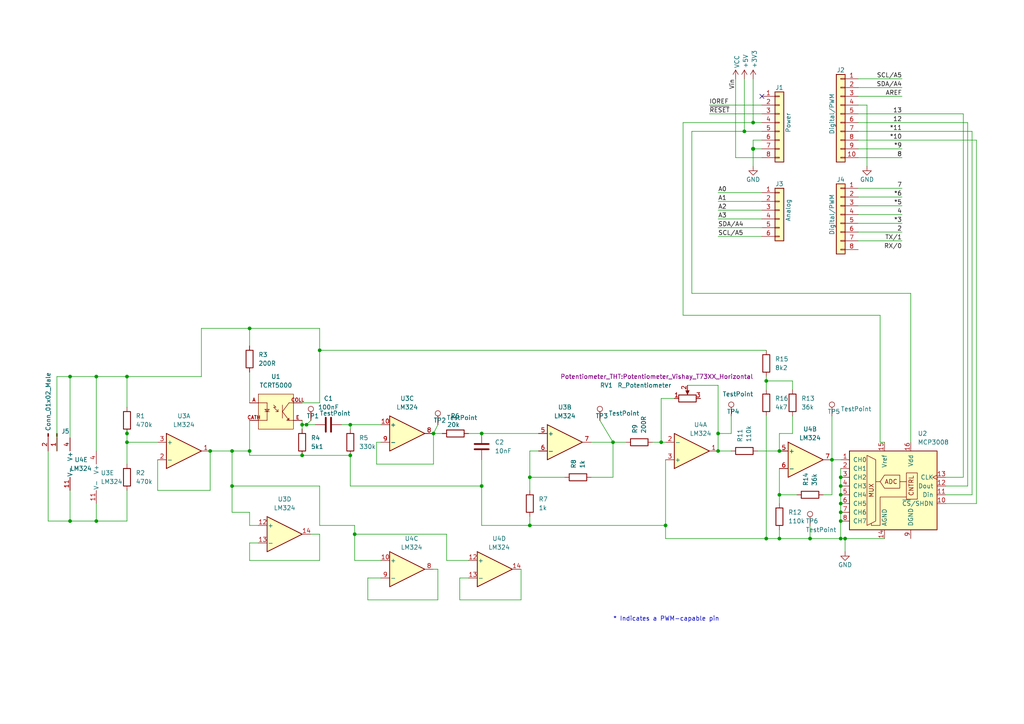
<source format=kicad_sch>
(kicad_sch (version 20211123) (generator eeschema)

  (uuid e63e39d7-6ac0-4ffd-8aa3-1841a4541b55)

  (paper "A4")

  (title_block
    (date "mar. 31 mars 2015")
  )

  (lib_symbols
    (symbol "Amplifier_Operational:LM324" (pin_names (offset 0.127)) (in_bom yes) (on_board yes)
      (property "Reference" "U" (id 0) (at 0 5.08 0)
        (effects (font (size 1.27 1.27)) (justify left))
      )
      (property "Value" "LM324" (id 1) (at 0 -5.08 0)
        (effects (font (size 1.27 1.27)) (justify left))
      )
      (property "Footprint" "" (id 2) (at -1.27 2.54 0)
        (effects (font (size 1.27 1.27)) hide)
      )
      (property "Datasheet" "http://www.ti.com/lit/ds/symlink/lm2902-n.pdf" (id 3) (at 1.27 5.08 0)
        (effects (font (size 1.27 1.27)) hide)
      )
      (property "ki_locked" "" (id 4) (at 0 0 0)
        (effects (font (size 1.27 1.27)))
      )
      (property "ki_keywords" "quad opamp" (id 5) (at 0 0 0)
        (effects (font (size 1.27 1.27)) hide)
      )
      (property "ki_description" "Low-Power, Quad-Operational Amplifiers, DIP-14/SOIC-14/SSOP-14" (id 6) (at 0 0 0)
        (effects (font (size 1.27 1.27)) hide)
      )
      (property "ki_fp_filters" "SOIC*3.9x8.7mm*P1.27mm* DIP*W7.62mm* TSSOP*4.4x5mm*P0.65mm* SSOP*5.3x6.2mm*P0.65mm* MSOP*3x3mm*P0.5mm*" (id 7) (at 0 0 0)
        (effects (font (size 1.27 1.27)) hide)
      )
      (symbol "LM324_1_1"
        (polyline
          (pts
            (xy -5.08 5.08)
            (xy 5.08 0)
            (xy -5.08 -5.08)
            (xy -5.08 5.08)
          )
          (stroke (width 0.254) (type default) (color 0 0 0 0))
          (fill (type background))
        )
        (pin output line (at 7.62 0 180) (length 2.54)
          (name "~" (effects (font (size 1.27 1.27))))
          (number "1" (effects (font (size 1.27 1.27))))
        )
        (pin input line (at -7.62 -2.54 0) (length 2.54)
          (name "-" (effects (font (size 1.27 1.27))))
          (number "2" (effects (font (size 1.27 1.27))))
        )
        (pin input line (at -7.62 2.54 0) (length 2.54)
          (name "+" (effects (font (size 1.27 1.27))))
          (number "3" (effects (font (size 1.27 1.27))))
        )
      )
      (symbol "LM324_2_1"
        (polyline
          (pts
            (xy -5.08 5.08)
            (xy 5.08 0)
            (xy -5.08 -5.08)
            (xy -5.08 5.08)
          )
          (stroke (width 0.254) (type default) (color 0 0 0 0))
          (fill (type background))
        )
        (pin input line (at -7.62 2.54 0) (length 2.54)
          (name "+" (effects (font (size 1.27 1.27))))
          (number "5" (effects (font (size 1.27 1.27))))
        )
        (pin input line (at -7.62 -2.54 0) (length 2.54)
          (name "-" (effects (font (size 1.27 1.27))))
          (number "6" (effects (font (size 1.27 1.27))))
        )
        (pin output line (at 7.62 0 180) (length 2.54)
          (name "~" (effects (font (size 1.27 1.27))))
          (number "7" (effects (font (size 1.27 1.27))))
        )
      )
      (symbol "LM324_3_1"
        (polyline
          (pts
            (xy -5.08 5.08)
            (xy 5.08 0)
            (xy -5.08 -5.08)
            (xy -5.08 5.08)
          )
          (stroke (width 0.254) (type default) (color 0 0 0 0))
          (fill (type background))
        )
        (pin input line (at -7.62 2.54 0) (length 2.54)
          (name "+" (effects (font (size 1.27 1.27))))
          (number "10" (effects (font (size 1.27 1.27))))
        )
        (pin output line (at 7.62 0 180) (length 2.54)
          (name "~" (effects (font (size 1.27 1.27))))
          (number "8" (effects (font (size 1.27 1.27))))
        )
        (pin input line (at -7.62 -2.54 0) (length 2.54)
          (name "-" (effects (font (size 1.27 1.27))))
          (number "9" (effects (font (size 1.27 1.27))))
        )
      )
      (symbol "LM324_4_1"
        (polyline
          (pts
            (xy -5.08 5.08)
            (xy 5.08 0)
            (xy -5.08 -5.08)
            (xy -5.08 5.08)
          )
          (stroke (width 0.254) (type default) (color 0 0 0 0))
          (fill (type background))
        )
        (pin input line (at -7.62 2.54 0) (length 2.54)
          (name "+" (effects (font (size 1.27 1.27))))
          (number "12" (effects (font (size 1.27 1.27))))
        )
        (pin input line (at -7.62 -2.54 0) (length 2.54)
          (name "-" (effects (font (size 1.27 1.27))))
          (number "13" (effects (font (size 1.27 1.27))))
        )
        (pin output line (at 7.62 0 180) (length 2.54)
          (name "~" (effects (font (size 1.27 1.27))))
          (number "14" (effects (font (size 1.27 1.27))))
        )
      )
      (symbol "LM324_5_1"
        (pin power_in line (at -2.54 -7.62 90) (length 3.81)
          (name "V-" (effects (font (size 1.27 1.27))))
          (number "11" (effects (font (size 1.27 1.27))))
        )
        (pin power_in line (at -2.54 7.62 270) (length 3.81)
          (name "V+" (effects (font (size 1.27 1.27))))
          (number "4" (effects (font (size 1.27 1.27))))
        )
      )
    )
    (symbol "Analog_ADC:MCP3208" (pin_names (offset 1.016)) (in_bom yes) (on_board yes)
      (property "Reference" "U" (id 0) (at -5.08 13.335 0)
        (effects (font (size 1.27 1.27)) (justify right))
      )
      (property "Value" "MCP3208" (id 1) (at -5.08 11.43 0)
        (effects (font (size 1.27 1.27)) (justify right))
      )
      (property "Footprint" "" (id 2) (at 2.54 2.54 0)
        (effects (font (size 1.27 1.27)) hide)
      )
      (property "Datasheet" "http://ww1.microchip.com/downloads/en/DeviceDoc/21298c.pdf" (id 3) (at 2.54 2.54 0)
        (effects (font (size 1.27 1.27)) hide)
      )
      (property "ki_keywords" "12bit ADC Reference Single Supply SPI 8ch" (id 4) (at 0 0 0)
        (effects (font (size 1.27 1.27)) hide)
      )
      (property "ki_description" "A/D Converter, 12-Bit, 8-Channel, SPI Interface , 2.7V-5.5V" (id 5) (at 0 0 0)
        (effects (font (size 1.27 1.27)) hide)
      )
      (property "ki_fp_filters" "DIP*W7.62mm* SOIC*3.9x9.9mm*P1.27mm*" (id 6) (at 0 0 0)
        (effects (font (size 1.27 1.27)) hide)
      )
      (symbol "MCP3208_0_0"
        (text "ADC" (at -0.635 1.27 0)
          (effects (font (size 1.27 1.27)))
        )
        (text "CNTRL" (at 5.969 -2.921 900)
          (effects (font (size 1.27 1.27)) (justify left bottom))
        )
        (text "MUX" (at -6.35 -1.27 900)
          (effects (font (size 1.27 1.27)))
        )
      )
      (symbol "MCP3208_0_1"
        (polyline
          (pts
            (xy -3.81 1.27)
            (xy -5.08 1.27)
          )
          (stroke (width 0) (type default) (color 0 0 0 0))
          (fill (type none))
        )
        (polyline
          (pts
            (xy 1.905 1.27)
            (xy 3.81 1.27)
          )
          (stroke (width 0) (type default) (color 0 0 0 0))
          (fill (type none))
        )
        (polyline
          (pts
            (xy -7.62 8.89)
            (xy -7.62 -11.43)
            (xy -5.08 -10.16)
            (xy -5.08 7.62)
            (xy -7.62 8.89)
          )
          (stroke (width 0) (type default) (color 0 0 0 0))
          (fill (type none))
        )
        (polyline
          (pts
            (xy 3.81 -3.175)
            (xy -3.81 -3.175)
            (xy -3.81 -11.43)
            (xy -6.35 -11.43)
            (xy -6.35 -10.795)
          )
          (stroke (width 0) (type default) (color 0 0 0 0))
          (fill (type none))
        )
        (polyline
          (pts
            (xy 1.905 3.175)
            (xy 1.905 -0.635)
            (xy -2.54 -0.635)
            (xy -3.81 1.27)
            (xy -2.54 3.175)
            (xy 1.905 3.175)
          )
          (stroke (width 0) (type default) (color 0 0 0 0))
          (fill (type none))
        )
        (rectangle (start 3.81 -3.81) (end 6.985 3.81)
          (stroke (width 0) (type default) (color 0 0 0 0))
          (fill (type none))
        )
        (rectangle (start 12.7 -12.7) (end -12.7 10.16)
          (stroke (width 0.254) (type default) (color 0 0 0 0))
          (fill (type background))
        )
      )
      (symbol "MCP3208_1_1"
        (pin input line (at -15.24 7.62 0) (length 2.54)
          (name "CH0" (effects (font (size 1.27 1.27))))
          (number "1" (effects (font (size 1.27 1.27))))
        )
        (pin input line (at 15.24 -5.08 180) (length 2.54)
          (name "~{CS}/SHDN" (effects (font (size 1.27 1.27))))
          (number "10" (effects (font (size 1.27 1.27))))
        )
        (pin input line (at 15.24 -2.54 180) (length 2.54)
          (name "Din" (effects (font (size 1.27 1.27))))
          (number "11" (effects (font (size 1.27 1.27))))
        )
        (pin output line (at 15.24 0 180) (length 2.54)
          (name "Dout" (effects (font (size 1.27 1.27))))
          (number "12" (effects (font (size 1.27 1.27))))
        )
        (pin input clock (at 15.24 2.54 180) (length 2.54)
          (name "CLK" (effects (font (size 1.27 1.27))))
          (number "13" (effects (font (size 1.27 1.27))))
        )
        (pin power_in line (at -2.54 -15.24 90) (length 2.54)
          (name "AGND" (effects (font (size 1.27 1.27))))
          (number "14" (effects (font (size 1.27 1.27))))
        )
        (pin power_in line (at -2.54 12.7 270) (length 2.54)
          (name "Vref" (effects (font (size 1.27 1.27))))
          (number "15" (effects (font (size 1.27 1.27))))
        )
        (pin power_in line (at 5.08 12.7 270) (length 2.54)
          (name "Vdd" (effects (font (size 1.27 1.27))))
          (number "16" (effects (font (size 1.27 1.27))))
        )
        (pin input line (at -15.24 5.08 0) (length 2.54)
          (name "CH1" (effects (font (size 1.27 1.27))))
          (number "2" (effects (font (size 1.27 1.27))))
        )
        (pin input line (at -15.24 2.54 0) (length 2.54)
          (name "CH2" (effects (font (size 1.27 1.27))))
          (number "3" (effects (font (size 1.27 1.27))))
        )
        (pin input line (at -15.24 0 0) (length 2.54)
          (name "CH3" (effects (font (size 1.27 1.27))))
          (number "4" (effects (font (size 1.27 1.27))))
        )
        (pin input line (at -15.24 -2.54 0) (length 2.54)
          (name "CH4" (effects (font (size 1.27 1.27))))
          (number "5" (effects (font (size 1.27 1.27))))
        )
        (pin input line (at -15.24 -5.08 0) (length 2.54)
          (name "CH5" (effects (font (size 1.27 1.27))))
          (number "6" (effects (font (size 1.27 1.27))))
        )
        (pin input line (at -15.24 -7.62 0) (length 2.54)
          (name "CH6" (effects (font (size 1.27 1.27))))
          (number "7" (effects (font (size 1.27 1.27))))
        )
        (pin input line (at -15.24 -10.16 0) (length 2.54)
          (name "CH7" (effects (font (size 1.27 1.27))))
          (number "8" (effects (font (size 1.27 1.27))))
        )
        (pin power_in line (at 5.08 -15.24 90) (length 2.54)
          (name "DGND" (effects (font (size 1.27 1.27))))
          (number "9" (effects (font (size 1.27 1.27))))
        )
      )
    )
    (symbol "Connector:Conn_01x02_Male" (pin_names (offset 1.016) hide) (in_bom yes) (on_board yes)
      (property "Reference" "J" (id 0) (at 0 2.54 0)
        (effects (font (size 1.27 1.27)))
      )
      (property "Value" "Conn_01x02_Male" (id 1) (at 0 -5.08 0)
        (effects (font (size 1.27 1.27)))
      )
      (property "Footprint" "" (id 2) (at 0 0 0)
        (effects (font (size 1.27 1.27)) hide)
      )
      (property "Datasheet" "~" (id 3) (at 0 0 0)
        (effects (font (size 1.27 1.27)) hide)
      )
      (property "ki_keywords" "connector" (id 4) (at 0 0 0)
        (effects (font (size 1.27 1.27)) hide)
      )
      (property "ki_description" "Generic connector, single row, 01x02, script generated (kicad-library-utils/schlib/autogen/connector/)" (id 5) (at 0 0 0)
        (effects (font (size 1.27 1.27)) hide)
      )
      (property "ki_fp_filters" "Connector*:*_1x??_*" (id 6) (at 0 0 0)
        (effects (font (size 1.27 1.27)) hide)
      )
      (symbol "Conn_01x02_Male_1_1"
        (polyline
          (pts
            (xy 1.27 -2.54)
            (xy 0.8636 -2.54)
          )
          (stroke (width 0.1524) (type default) (color 0 0 0 0))
          (fill (type none))
        )
        (polyline
          (pts
            (xy 1.27 0)
            (xy 0.8636 0)
          )
          (stroke (width 0.1524) (type default) (color 0 0 0 0))
          (fill (type none))
        )
        (rectangle (start 0.8636 -2.413) (end 0 -2.667)
          (stroke (width 0.1524) (type default) (color 0 0 0 0))
          (fill (type outline))
        )
        (rectangle (start 0.8636 0.127) (end 0 -0.127)
          (stroke (width 0.1524) (type default) (color 0 0 0 0))
          (fill (type outline))
        )
        (pin passive line (at 5.08 0 180) (length 3.81)
          (name "Pin_1" (effects (font (size 1.27 1.27))))
          (number "1" (effects (font (size 1.27 1.27))))
        )
        (pin passive line (at 5.08 -2.54 180) (length 3.81)
          (name "Pin_2" (effects (font (size 1.27 1.27))))
          (number "2" (effects (font (size 1.27 1.27))))
        )
      )
    )
    (symbol "Connector:TestPoint" (pin_numbers hide) (pin_names (offset 0.762) hide) (in_bom yes) (on_board yes)
      (property "Reference" "TP" (id 0) (at 0 6.858 0)
        (effects (font (size 1.27 1.27)))
      )
      (property "Value" "TestPoint" (id 1) (at 0 5.08 0)
        (effects (font (size 1.27 1.27)))
      )
      (property "Footprint" "" (id 2) (at 5.08 0 0)
        (effects (font (size 1.27 1.27)) hide)
      )
      (property "Datasheet" "~" (id 3) (at 5.08 0 0)
        (effects (font (size 1.27 1.27)) hide)
      )
      (property "ki_keywords" "test point tp" (id 4) (at 0 0 0)
        (effects (font (size 1.27 1.27)) hide)
      )
      (property "ki_description" "test point" (id 5) (at 0 0 0)
        (effects (font (size 1.27 1.27)) hide)
      )
      (property "ki_fp_filters" "Pin* Test*" (id 6) (at 0 0 0)
        (effects (font (size 1.27 1.27)) hide)
      )
      (symbol "TestPoint_0_1"
        (circle (center 0 3.302) (radius 0.762)
          (stroke (width 0) (type default) (color 0 0 0 0))
          (fill (type none))
        )
      )
      (symbol "TestPoint_1_1"
        (pin passive line (at 0 0 90) (length 2.54)
          (name "1" (effects (font (size 1.27 1.27))))
          (number "1" (effects (font (size 1.27 1.27))))
        )
      )
    )
    (symbol "Connector_Generic:Conn_01x06" (pin_names (offset 1.016) hide) (in_bom yes) (on_board yes)
      (property "Reference" "J" (id 0) (at 0 7.62 0)
        (effects (font (size 1.27 1.27)))
      )
      (property "Value" "Conn_01x06" (id 1) (at 0 -10.16 0)
        (effects (font (size 1.27 1.27)))
      )
      (property "Footprint" "" (id 2) (at 0 0 0)
        (effects (font (size 1.27 1.27)) hide)
      )
      (property "Datasheet" "~" (id 3) (at 0 0 0)
        (effects (font (size 1.27 1.27)) hide)
      )
      (property "ki_keywords" "connector" (id 4) (at 0 0 0)
        (effects (font (size 1.27 1.27)) hide)
      )
      (property "ki_description" "Generic connector, single row, 01x06, script generated (kicad-library-utils/schlib/autogen/connector/)" (id 5) (at 0 0 0)
        (effects (font (size 1.27 1.27)) hide)
      )
      (property "ki_fp_filters" "Connector*:*_1x??_*" (id 6) (at 0 0 0)
        (effects (font (size 1.27 1.27)) hide)
      )
      (symbol "Conn_01x06_1_1"
        (rectangle (start -1.27 -7.493) (end 0 -7.747)
          (stroke (width 0.1524) (type default) (color 0 0 0 0))
          (fill (type none))
        )
        (rectangle (start -1.27 -4.953) (end 0 -5.207)
          (stroke (width 0.1524) (type default) (color 0 0 0 0))
          (fill (type none))
        )
        (rectangle (start -1.27 -2.413) (end 0 -2.667)
          (stroke (width 0.1524) (type default) (color 0 0 0 0))
          (fill (type none))
        )
        (rectangle (start -1.27 0.127) (end 0 -0.127)
          (stroke (width 0.1524) (type default) (color 0 0 0 0))
          (fill (type none))
        )
        (rectangle (start -1.27 2.667) (end 0 2.413)
          (stroke (width 0.1524) (type default) (color 0 0 0 0))
          (fill (type none))
        )
        (rectangle (start -1.27 5.207) (end 0 4.953)
          (stroke (width 0.1524) (type default) (color 0 0 0 0))
          (fill (type none))
        )
        (rectangle (start -1.27 6.35) (end 1.27 -8.89)
          (stroke (width 0.254) (type default) (color 0 0 0 0))
          (fill (type background))
        )
        (pin passive line (at -5.08 5.08 0) (length 3.81)
          (name "Pin_1" (effects (font (size 1.27 1.27))))
          (number "1" (effects (font (size 1.27 1.27))))
        )
        (pin passive line (at -5.08 2.54 0) (length 3.81)
          (name "Pin_2" (effects (font (size 1.27 1.27))))
          (number "2" (effects (font (size 1.27 1.27))))
        )
        (pin passive line (at -5.08 0 0) (length 3.81)
          (name "Pin_3" (effects (font (size 1.27 1.27))))
          (number "3" (effects (font (size 1.27 1.27))))
        )
        (pin passive line (at -5.08 -2.54 0) (length 3.81)
          (name "Pin_4" (effects (font (size 1.27 1.27))))
          (number "4" (effects (font (size 1.27 1.27))))
        )
        (pin passive line (at -5.08 -5.08 0) (length 3.81)
          (name "Pin_5" (effects (font (size 1.27 1.27))))
          (number "5" (effects (font (size 1.27 1.27))))
        )
        (pin passive line (at -5.08 -7.62 0) (length 3.81)
          (name "Pin_6" (effects (font (size 1.27 1.27))))
          (number "6" (effects (font (size 1.27 1.27))))
        )
      )
    )
    (symbol "Connector_Generic:Conn_01x08" (pin_names (offset 1.016) hide) (in_bom yes) (on_board yes)
      (property "Reference" "J" (id 0) (at 0 10.16 0)
        (effects (font (size 1.27 1.27)))
      )
      (property "Value" "Conn_01x08" (id 1) (at 0 -12.7 0)
        (effects (font (size 1.27 1.27)))
      )
      (property "Footprint" "" (id 2) (at 0 0 0)
        (effects (font (size 1.27 1.27)) hide)
      )
      (property "Datasheet" "~" (id 3) (at 0 0 0)
        (effects (font (size 1.27 1.27)) hide)
      )
      (property "ki_keywords" "connector" (id 4) (at 0 0 0)
        (effects (font (size 1.27 1.27)) hide)
      )
      (property "ki_description" "Generic connector, single row, 01x08, script generated (kicad-library-utils/schlib/autogen/connector/)" (id 5) (at 0 0 0)
        (effects (font (size 1.27 1.27)) hide)
      )
      (property "ki_fp_filters" "Connector*:*_1x??_*" (id 6) (at 0 0 0)
        (effects (font (size 1.27 1.27)) hide)
      )
      (symbol "Conn_01x08_1_1"
        (rectangle (start -1.27 -10.033) (end 0 -10.287)
          (stroke (width 0.1524) (type default) (color 0 0 0 0))
          (fill (type none))
        )
        (rectangle (start -1.27 -7.493) (end 0 -7.747)
          (stroke (width 0.1524) (type default) (color 0 0 0 0))
          (fill (type none))
        )
        (rectangle (start -1.27 -4.953) (end 0 -5.207)
          (stroke (width 0.1524) (type default) (color 0 0 0 0))
          (fill (type none))
        )
        (rectangle (start -1.27 -2.413) (end 0 -2.667)
          (stroke (width 0.1524) (type default) (color 0 0 0 0))
          (fill (type none))
        )
        (rectangle (start -1.27 0.127) (end 0 -0.127)
          (stroke (width 0.1524) (type default) (color 0 0 0 0))
          (fill (type none))
        )
        (rectangle (start -1.27 2.667) (end 0 2.413)
          (stroke (width 0.1524) (type default) (color 0 0 0 0))
          (fill (type none))
        )
        (rectangle (start -1.27 5.207) (end 0 4.953)
          (stroke (width 0.1524) (type default) (color 0 0 0 0))
          (fill (type none))
        )
        (rectangle (start -1.27 7.747) (end 0 7.493)
          (stroke (width 0.1524) (type default) (color 0 0 0 0))
          (fill (type none))
        )
        (rectangle (start -1.27 8.89) (end 1.27 -11.43)
          (stroke (width 0.254) (type default) (color 0 0 0 0))
          (fill (type background))
        )
        (pin passive line (at -5.08 7.62 0) (length 3.81)
          (name "Pin_1" (effects (font (size 1.27 1.27))))
          (number "1" (effects (font (size 1.27 1.27))))
        )
        (pin passive line (at -5.08 5.08 0) (length 3.81)
          (name "Pin_2" (effects (font (size 1.27 1.27))))
          (number "2" (effects (font (size 1.27 1.27))))
        )
        (pin passive line (at -5.08 2.54 0) (length 3.81)
          (name "Pin_3" (effects (font (size 1.27 1.27))))
          (number "3" (effects (font (size 1.27 1.27))))
        )
        (pin passive line (at -5.08 0 0) (length 3.81)
          (name "Pin_4" (effects (font (size 1.27 1.27))))
          (number "4" (effects (font (size 1.27 1.27))))
        )
        (pin passive line (at -5.08 -2.54 0) (length 3.81)
          (name "Pin_5" (effects (font (size 1.27 1.27))))
          (number "5" (effects (font (size 1.27 1.27))))
        )
        (pin passive line (at -5.08 -5.08 0) (length 3.81)
          (name "Pin_6" (effects (font (size 1.27 1.27))))
          (number "6" (effects (font (size 1.27 1.27))))
        )
        (pin passive line (at -5.08 -7.62 0) (length 3.81)
          (name "Pin_7" (effects (font (size 1.27 1.27))))
          (number "7" (effects (font (size 1.27 1.27))))
        )
        (pin passive line (at -5.08 -10.16 0) (length 3.81)
          (name "Pin_8" (effects (font (size 1.27 1.27))))
          (number "8" (effects (font (size 1.27 1.27))))
        )
      )
    )
    (symbol "Connector_Generic:Conn_01x10" (pin_names (offset 1.016) hide) (in_bom yes) (on_board yes)
      (property "Reference" "J" (id 0) (at 0 12.7 0)
        (effects (font (size 1.27 1.27)))
      )
      (property "Value" "Conn_01x10" (id 1) (at 0 -15.24 0)
        (effects (font (size 1.27 1.27)))
      )
      (property "Footprint" "" (id 2) (at 0 0 0)
        (effects (font (size 1.27 1.27)) hide)
      )
      (property "Datasheet" "~" (id 3) (at 0 0 0)
        (effects (font (size 1.27 1.27)) hide)
      )
      (property "ki_keywords" "connector" (id 4) (at 0 0 0)
        (effects (font (size 1.27 1.27)) hide)
      )
      (property "ki_description" "Generic connector, single row, 01x10, script generated (kicad-library-utils/schlib/autogen/connector/)" (id 5) (at 0 0 0)
        (effects (font (size 1.27 1.27)) hide)
      )
      (property "ki_fp_filters" "Connector*:*_1x??_*" (id 6) (at 0 0 0)
        (effects (font (size 1.27 1.27)) hide)
      )
      (symbol "Conn_01x10_1_1"
        (rectangle (start -1.27 -12.573) (end 0 -12.827)
          (stroke (width 0.1524) (type default) (color 0 0 0 0))
          (fill (type none))
        )
        (rectangle (start -1.27 -10.033) (end 0 -10.287)
          (stroke (width 0.1524) (type default) (color 0 0 0 0))
          (fill (type none))
        )
        (rectangle (start -1.27 -7.493) (end 0 -7.747)
          (stroke (width 0.1524) (type default) (color 0 0 0 0))
          (fill (type none))
        )
        (rectangle (start -1.27 -4.953) (end 0 -5.207)
          (stroke (width 0.1524) (type default) (color 0 0 0 0))
          (fill (type none))
        )
        (rectangle (start -1.27 -2.413) (end 0 -2.667)
          (stroke (width 0.1524) (type default) (color 0 0 0 0))
          (fill (type none))
        )
        (rectangle (start -1.27 0.127) (end 0 -0.127)
          (stroke (width 0.1524) (type default) (color 0 0 0 0))
          (fill (type none))
        )
        (rectangle (start -1.27 2.667) (end 0 2.413)
          (stroke (width 0.1524) (type default) (color 0 0 0 0))
          (fill (type none))
        )
        (rectangle (start -1.27 5.207) (end 0 4.953)
          (stroke (width 0.1524) (type default) (color 0 0 0 0))
          (fill (type none))
        )
        (rectangle (start -1.27 7.747) (end 0 7.493)
          (stroke (width 0.1524) (type default) (color 0 0 0 0))
          (fill (type none))
        )
        (rectangle (start -1.27 10.287) (end 0 10.033)
          (stroke (width 0.1524) (type default) (color 0 0 0 0))
          (fill (type none))
        )
        (rectangle (start -1.27 11.43) (end 1.27 -13.97)
          (stroke (width 0.254) (type default) (color 0 0 0 0))
          (fill (type background))
        )
        (pin passive line (at -5.08 10.16 0) (length 3.81)
          (name "Pin_1" (effects (font (size 1.27 1.27))))
          (number "1" (effects (font (size 1.27 1.27))))
        )
        (pin passive line (at -5.08 -12.7 0) (length 3.81)
          (name "Pin_10" (effects (font (size 1.27 1.27))))
          (number "10" (effects (font (size 1.27 1.27))))
        )
        (pin passive line (at -5.08 7.62 0) (length 3.81)
          (name "Pin_2" (effects (font (size 1.27 1.27))))
          (number "2" (effects (font (size 1.27 1.27))))
        )
        (pin passive line (at -5.08 5.08 0) (length 3.81)
          (name "Pin_3" (effects (font (size 1.27 1.27))))
          (number "3" (effects (font (size 1.27 1.27))))
        )
        (pin passive line (at -5.08 2.54 0) (length 3.81)
          (name "Pin_4" (effects (font (size 1.27 1.27))))
          (number "4" (effects (font (size 1.27 1.27))))
        )
        (pin passive line (at -5.08 0 0) (length 3.81)
          (name "Pin_5" (effects (font (size 1.27 1.27))))
          (number "5" (effects (font (size 1.27 1.27))))
        )
        (pin passive line (at -5.08 -2.54 0) (length 3.81)
          (name "Pin_6" (effects (font (size 1.27 1.27))))
          (number "6" (effects (font (size 1.27 1.27))))
        )
        (pin passive line (at -5.08 -5.08 0) (length 3.81)
          (name "Pin_7" (effects (font (size 1.27 1.27))))
          (number "7" (effects (font (size 1.27 1.27))))
        )
        (pin passive line (at -5.08 -7.62 0) (length 3.81)
          (name "Pin_8" (effects (font (size 1.27 1.27))))
          (number "8" (effects (font (size 1.27 1.27))))
        )
        (pin passive line (at -5.08 -10.16 0) (length 3.81)
          (name "Pin_9" (effects (font (size 1.27 1.27))))
          (number "9" (effects (font (size 1.27 1.27))))
        )
      )
    )
    (symbol "Device:C" (pin_numbers hide) (pin_names (offset 0.254)) (in_bom yes) (on_board yes)
      (property "Reference" "C" (id 0) (at 0.635 2.54 0)
        (effects (font (size 1.27 1.27)) (justify left))
      )
      (property "Value" "C" (id 1) (at 0.635 -2.54 0)
        (effects (font (size 1.27 1.27)) (justify left))
      )
      (property "Footprint" "" (id 2) (at 0.9652 -3.81 0)
        (effects (font (size 1.27 1.27)) hide)
      )
      (property "Datasheet" "~" (id 3) (at 0 0 0)
        (effects (font (size 1.27 1.27)) hide)
      )
      (property "ki_keywords" "cap capacitor" (id 4) (at 0 0 0)
        (effects (font (size 1.27 1.27)) hide)
      )
      (property "ki_description" "Unpolarized capacitor" (id 5) (at 0 0 0)
        (effects (font (size 1.27 1.27)) hide)
      )
      (property "ki_fp_filters" "C_*" (id 6) (at 0 0 0)
        (effects (font (size 1.27 1.27)) hide)
      )
      (symbol "C_0_1"
        (polyline
          (pts
            (xy -2.032 -0.762)
            (xy 2.032 -0.762)
          )
          (stroke (width 0.508) (type default) (color 0 0 0 0))
          (fill (type none))
        )
        (polyline
          (pts
            (xy -2.032 0.762)
            (xy 2.032 0.762)
          )
          (stroke (width 0.508) (type default) (color 0 0 0 0))
          (fill (type none))
        )
      )
      (symbol "C_1_1"
        (pin passive line (at 0 3.81 270) (length 2.794)
          (name "~" (effects (font (size 1.27 1.27))))
          (number "1" (effects (font (size 1.27 1.27))))
        )
        (pin passive line (at 0 -3.81 90) (length 2.794)
          (name "~" (effects (font (size 1.27 1.27))))
          (number "2" (effects (font (size 1.27 1.27))))
        )
      )
    )
    (symbol "Device:R" (pin_numbers hide) (pin_names (offset 0)) (in_bom yes) (on_board yes)
      (property "Reference" "R" (id 0) (at 2.032 0 90)
        (effects (font (size 1.27 1.27)))
      )
      (property "Value" "R" (id 1) (at 0 0 90)
        (effects (font (size 1.27 1.27)))
      )
      (property "Footprint" "" (id 2) (at -1.778 0 90)
        (effects (font (size 1.27 1.27)) hide)
      )
      (property "Datasheet" "~" (id 3) (at 0 0 0)
        (effects (font (size 1.27 1.27)) hide)
      )
      (property "ki_keywords" "R res resistor" (id 4) (at 0 0 0)
        (effects (font (size 1.27 1.27)) hide)
      )
      (property "ki_description" "Resistor" (id 5) (at 0 0 0)
        (effects (font (size 1.27 1.27)) hide)
      )
      (property "ki_fp_filters" "R_*" (id 6) (at 0 0 0)
        (effects (font (size 1.27 1.27)) hide)
      )
      (symbol "R_0_1"
        (rectangle (start -1.016 -2.54) (end 1.016 2.54)
          (stroke (width 0.254) (type default) (color 0 0 0 0))
          (fill (type none))
        )
      )
      (symbol "R_1_1"
        (pin passive line (at 0 3.81 270) (length 1.27)
          (name "~" (effects (font (size 1.27 1.27))))
          (number "1" (effects (font (size 1.27 1.27))))
        )
        (pin passive line (at 0 -3.81 90) (length 1.27)
          (name "~" (effects (font (size 1.27 1.27))))
          (number "2" (effects (font (size 1.27 1.27))))
        )
      )
    )
    (symbol "Device:R_Potentiometer" (pin_names (offset 1.016) hide) (in_bom yes) (on_board yes)
      (property "Reference" "RV" (id 0) (at -4.445 0 90)
        (effects (font (size 1.27 1.27)))
      )
      (property "Value" "R_Potentiometer" (id 1) (at -2.54 0 90)
        (effects (font (size 1.27 1.27)))
      )
      (property "Footprint" "" (id 2) (at 0 0 0)
        (effects (font (size 1.27 1.27)) hide)
      )
      (property "Datasheet" "~" (id 3) (at 0 0 0)
        (effects (font (size 1.27 1.27)) hide)
      )
      (property "ki_keywords" "resistor variable" (id 4) (at 0 0 0)
        (effects (font (size 1.27 1.27)) hide)
      )
      (property "ki_description" "Potentiometer" (id 5) (at 0 0 0)
        (effects (font (size 1.27 1.27)) hide)
      )
      (property "ki_fp_filters" "Potentiometer*" (id 6) (at 0 0 0)
        (effects (font (size 1.27 1.27)) hide)
      )
      (symbol "R_Potentiometer_0_1"
        (polyline
          (pts
            (xy 2.54 0)
            (xy 1.524 0)
          )
          (stroke (width 0) (type default) (color 0 0 0 0))
          (fill (type none))
        )
        (polyline
          (pts
            (xy 1.143 0)
            (xy 2.286 0.508)
            (xy 2.286 -0.508)
            (xy 1.143 0)
          )
          (stroke (width 0) (type default) (color 0 0 0 0))
          (fill (type outline))
        )
        (rectangle (start 1.016 2.54) (end -1.016 -2.54)
          (stroke (width 0.254) (type default) (color 0 0 0 0))
          (fill (type none))
        )
      )
      (symbol "R_Potentiometer_1_1"
        (pin passive line (at 0 3.81 270) (length 1.27)
          (name "1" (effects (font (size 1.27 1.27))))
          (number "1" (effects (font (size 1.27 1.27))))
        )
        (pin passive line (at 3.81 0 180) (length 1.27)
          (name "2" (effects (font (size 1.27 1.27))))
          (number "2" (effects (font (size 1.27 1.27))))
        )
        (pin passive line (at 0 -3.81 90) (length 1.27)
          (name "3" (effects (font (size 1.27 1.27))))
          (number "3" (effects (font (size 1.27 1.27))))
        )
      )
    )
    (symbol "TCRT5000:TCRT5000" (pin_names (offset 1.016) hide) (in_bom yes) (on_board yes)
      (property "Reference" "U" (id 0) (at -5.08 5.715 0)
        (effects (font (size 1.27 1.27)) (justify left bottom))
      )
      (property "Value" "TCRT5000" (id 1) (at -5.08 -5.715 0)
        (effects (font (size 1.27 1.27)) (justify left bottom))
      )
      (property "Footprint" "OPTO_TCRT5000" (id 2) (at 0 0 0)
        (effects (font (size 1.27 1.27)) (justify left bottom) hide)
      )
      (property "Datasheet" "" (id 3) (at 0 0 0)
        (effects (font (size 1.27 1.27)) (justify left bottom) hide)
      )
      (property "MAXIMUM_PACKAGE_HEIGHT" "7.2mm" (id 4) (at 0 0 0)
        (effects (font (size 1.27 1.27)) (justify left bottom) hide)
      )
      (property "PARTREV" "1.7" (id 5) (at 0 0 0)
        (effects (font (size 1.27 1.27)) (justify left bottom) hide)
      )
      (property "STANDARD" "Manufacturer recommendations" (id 6) (at 0 0 0)
        (effects (font (size 1.27 1.27)) (justify left bottom) hide)
      )
      (property "MANUFACTURER" "Vishay" (id 7) (at 0 0 0)
        (effects (font (size 1.27 1.27)) (justify left bottom) hide)
      )
      (property "ki_locked" "" (id 8) (at 0 0 0)
        (effects (font (size 1.27 1.27)))
      )
      (symbol "TCRT5000_0_0"
        (rectangle (start -5.08 -5.08) (end 5.08 5.08)
          (stroke (width 0.1524) (type default) (color 0 0 0 0))
          (fill (type background))
        )
        (polyline
          (pts
            (xy -5.08 2.54)
            (xy -2.54 2.54)
          )
          (stroke (width 0.1524) (type default) (color 0 0 0 0))
          (fill (type none))
        )
        (polyline
          (pts
            (xy -3.175 0)
            (xy -1.905 0)
          )
          (stroke (width 0.1524) (type default) (color 0 0 0 0))
          (fill (type none))
        )
        (polyline
          (pts
            (xy -2.54 -2.54)
            (xy -5.08 -2.54)
          )
          (stroke (width 0.1524) (type default) (color 0 0 0 0))
          (fill (type none))
        )
        (polyline
          (pts
            (xy -2.54 2.54)
            (xy -2.54 -2.54)
          )
          (stroke (width 0.1524) (type default) (color 0 0 0 0))
          (fill (type none))
        )
        (polyline
          (pts
            (xy -0.635 1.27)
            (xy 0.635 0)
          )
          (stroke (width 0.1524) (type default) (color 0 0 0 0))
          (fill (type none))
        )
        (polyline
          (pts
            (xy -0.635 1.905)
            (xy 0 1.27)
          )
          (stroke (width 0.1524) (type default) (color 0 0 0 0))
          (fill (type none))
        )
        (polyline
          (pts
            (xy 0 1.27)
            (xy -0.635 1.27)
          )
          (stroke (width 0.1524) (type default) (color 0 0 0 0))
          (fill (type none))
        )
        (polyline
          (pts
            (xy 0.635 0)
            (xy 0 0)
          )
          (stroke (width 0.1524) (type default) (color 0 0 0 0))
          (fill (type none))
        )
        (polyline
          (pts
            (xy 0.635 0.635)
            (xy 0.635 0)
          )
          (stroke (width 0.1524) (type default) (color 0 0 0 0))
          (fill (type none))
        )
        (polyline
          (pts
            (xy 1.905 0)
            (xy 1.905 -1.905)
          )
          (stroke (width 0.1524) (type default) (color 0 0 0 0))
          (fill (type none))
        )
        (polyline
          (pts
            (xy 1.905 0)
            (xy 3.81 -2.54)
          )
          (stroke (width 0.1524) (type default) (color 0 0 0 0))
          (fill (type none))
        )
        (polyline
          (pts
            (xy 1.905 0)
            (xy 3.81 2.54)
          )
          (stroke (width 0.1524) (type default) (color 0 0 0 0))
          (fill (type none))
        )
        (polyline
          (pts
            (xy 1.905 1.905)
            (xy 1.905 0)
          )
          (stroke (width 0.1524) (type default) (color 0 0 0 0))
          (fill (type none))
        )
        (polyline
          (pts
            (xy 3.81 -2.54)
            (xy 5.08 -2.54)
          )
          (stroke (width 0.1524) (type default) (color 0 0 0 0))
          (fill (type none))
        )
        (polyline
          (pts
            (xy 3.81 2.54)
            (xy 5.08 2.54)
          )
          (stroke (width 0.1524) (type default) (color 0 0 0 0))
          (fill (type none))
        )
        (polyline
          (pts
            (xy -3.175 0.635)
            (xy -1.905 0.635)
            (xy -2.54 0)
            (xy -3.175 0.635)
          )
          (stroke (width 0.1524) (type default) (color 0 0 0 0))
          (fill (type background))
        )
        (polyline
          (pts
            (xy 3.175 -2.54)
            (xy 3.81 -2.54)
            (xy 3.81 -1.905)
            (xy 3.175 -2.54)
          )
          (stroke (width 0.1524) (type default) (color 0 0 0 0))
          (fill (type background))
        )
        (pin passive line (at -7.62 2.54 0) (length 2.54)
          (name "~" (effects (font (size 1.016 1.016))))
          (number "A" (effects (font (size 1.016 1.016))))
        )
        (pin passive line (at -7.62 -2.54 0) (length 2.54)
          (name "~" (effects (font (size 1.016 1.016))))
          (number "CATH" (effects (font (size 1.016 1.016))))
        )
        (pin passive line (at 7.62 2.54 180) (length 2.54)
          (name "~" (effects (font (size 1.016 1.016))))
          (number "COLL" (effects (font (size 1.016 1.016))))
        )
        (pin passive line (at 7.62 -2.54 180) (length 2.54)
          (name "~" (effects (font (size 1.016 1.016))))
          (number "E" (effects (font (size 1.016 1.016))))
        )
      )
    )
    (symbol "power:+3V3" (power) (pin_names (offset 0)) (in_bom yes) (on_board yes)
      (property "Reference" "#PWR" (id 0) (at 0 -3.81 0)
        (effects (font (size 1.27 1.27)) hide)
      )
      (property "Value" "+3V3" (id 1) (at 0 3.556 0)
        (effects (font (size 1.27 1.27)))
      )
      (property "Footprint" "" (id 2) (at 0 0 0)
        (effects (font (size 1.27 1.27)) hide)
      )
      (property "Datasheet" "" (id 3) (at 0 0 0)
        (effects (font (size 1.27 1.27)) hide)
      )
      (property "ki_keywords" "power-flag" (id 4) (at 0 0 0)
        (effects (font (size 1.27 1.27)) hide)
      )
      (property "ki_description" "Power symbol creates a global label with name \"+3V3\"" (id 5) (at 0 0 0)
        (effects (font (size 1.27 1.27)) hide)
      )
      (symbol "+3V3_0_1"
        (polyline
          (pts
            (xy -0.762 1.27)
            (xy 0 2.54)
          )
          (stroke (width 0) (type default) (color 0 0 0 0))
          (fill (type none))
        )
        (polyline
          (pts
            (xy 0 0)
            (xy 0 2.54)
          )
          (stroke (width 0) (type default) (color 0 0 0 0))
          (fill (type none))
        )
        (polyline
          (pts
            (xy 0 2.54)
            (xy 0.762 1.27)
          )
          (stroke (width 0) (type default) (color 0 0 0 0))
          (fill (type none))
        )
      )
      (symbol "+3V3_1_1"
        (pin power_in line (at 0 0 90) (length 0) hide
          (name "+3V3" (effects (font (size 1.27 1.27))))
          (number "1" (effects (font (size 1.27 1.27))))
        )
      )
    )
    (symbol "power:+5V" (power) (pin_names (offset 0)) (in_bom yes) (on_board yes)
      (property "Reference" "#PWR" (id 0) (at 0 -3.81 0)
        (effects (font (size 1.27 1.27)) hide)
      )
      (property "Value" "+5V" (id 1) (at 0 3.556 0)
        (effects (font (size 1.27 1.27)))
      )
      (property "Footprint" "" (id 2) (at 0 0 0)
        (effects (font (size 1.27 1.27)) hide)
      )
      (property "Datasheet" "" (id 3) (at 0 0 0)
        (effects (font (size 1.27 1.27)) hide)
      )
      (property "ki_keywords" "power-flag" (id 4) (at 0 0 0)
        (effects (font (size 1.27 1.27)) hide)
      )
      (property "ki_description" "Power symbol creates a global label with name \"+5V\"" (id 5) (at 0 0 0)
        (effects (font (size 1.27 1.27)) hide)
      )
      (symbol "+5V_0_1"
        (polyline
          (pts
            (xy -0.762 1.27)
            (xy 0 2.54)
          )
          (stroke (width 0) (type default) (color 0 0 0 0))
          (fill (type none))
        )
        (polyline
          (pts
            (xy 0 0)
            (xy 0 2.54)
          )
          (stroke (width 0) (type default) (color 0 0 0 0))
          (fill (type none))
        )
        (polyline
          (pts
            (xy 0 2.54)
            (xy 0.762 1.27)
          )
          (stroke (width 0) (type default) (color 0 0 0 0))
          (fill (type none))
        )
      )
      (symbol "+5V_1_1"
        (pin power_in line (at 0 0 90) (length 0) hide
          (name "+5V" (effects (font (size 1.27 1.27))))
          (number "1" (effects (font (size 1.27 1.27))))
        )
      )
    )
    (symbol "power:GND" (power) (pin_names (offset 0)) (in_bom yes) (on_board yes)
      (property "Reference" "#PWR" (id 0) (at 0 -6.35 0)
        (effects (font (size 1.27 1.27)) hide)
      )
      (property "Value" "GND" (id 1) (at 0 -3.81 0)
        (effects (font (size 1.27 1.27)))
      )
      (property "Footprint" "" (id 2) (at 0 0 0)
        (effects (font (size 1.27 1.27)) hide)
      )
      (property "Datasheet" "" (id 3) (at 0 0 0)
        (effects (font (size 1.27 1.27)) hide)
      )
      (property "ki_keywords" "power-flag" (id 4) (at 0 0 0)
        (effects (font (size 1.27 1.27)) hide)
      )
      (property "ki_description" "Power symbol creates a global label with name \"GND\" , ground" (id 5) (at 0 0 0)
        (effects (font (size 1.27 1.27)) hide)
      )
      (symbol "GND_0_1"
        (polyline
          (pts
            (xy 0 0)
            (xy 0 -1.27)
            (xy 1.27 -1.27)
            (xy 0 -2.54)
            (xy -1.27 -1.27)
            (xy 0 -1.27)
          )
          (stroke (width 0) (type default) (color 0 0 0 0))
          (fill (type none))
        )
      )
      (symbol "GND_1_1"
        (pin power_in line (at 0 0 270) (length 0) hide
          (name "GND" (effects (font (size 1.27 1.27))))
          (number "1" (effects (font (size 1.27 1.27))))
        )
      )
    )
    (symbol "power:VCC" (power) (pin_names (offset 0)) (in_bom yes) (on_board yes)
      (property "Reference" "#PWR" (id 0) (at 0 -3.81 0)
        (effects (font (size 1.27 1.27)) hide)
      )
      (property "Value" "VCC" (id 1) (at 0 3.81 0)
        (effects (font (size 1.27 1.27)))
      )
      (property "Footprint" "" (id 2) (at 0 0 0)
        (effects (font (size 1.27 1.27)) hide)
      )
      (property "Datasheet" "" (id 3) (at 0 0 0)
        (effects (font (size 1.27 1.27)) hide)
      )
      (property "ki_keywords" "power-flag" (id 4) (at 0 0 0)
        (effects (font (size 1.27 1.27)) hide)
      )
      (property "ki_description" "Power symbol creates a global label with name \"VCC\"" (id 5) (at 0 0 0)
        (effects (font (size 1.27 1.27)) hide)
      )
      (symbol "VCC_0_1"
        (polyline
          (pts
            (xy -0.762 1.27)
            (xy 0 2.54)
          )
          (stroke (width 0) (type default) (color 0 0 0 0))
          (fill (type none))
        )
        (polyline
          (pts
            (xy 0 0)
            (xy 0 2.54)
          )
          (stroke (width 0) (type default) (color 0 0 0 0))
          (fill (type none))
        )
        (polyline
          (pts
            (xy 0 2.54)
            (xy 0.762 1.27)
          )
          (stroke (width 0) (type default) (color 0 0 0 0))
          (fill (type none))
        )
      )
      (symbol "VCC_1_1"
        (pin power_in line (at 0 0 90) (length 0) hide
          (name "VCC" (effects (font (size 1.27 1.27))))
          (number "1" (effects (font (size 1.27 1.27))))
        )
      )
    )
  )

  (junction (at 87.63 132.08) (diameter 0) (color 0 0 0 0)
    (uuid 099c79c3-5c3e-4209-aca0-f0c8c5cfeef5)
  )
  (junction (at 36.83 128.27) (diameter 0) (color 0 0 0 0)
    (uuid 12deb6b0-5ce1-4135-866b-cea883f97c59)
  )
  (junction (at 36.83 109.22) (diameter 0) (color 0 0 0 0)
    (uuid 147721a3-8901-470c-b001-e931b02ea4d8)
  )
  (junction (at 153.67 152.4) (diameter 0) (color 0 0 0 0)
    (uuid 176763e2-881b-45d9-b05c-6576fb437864)
  )
  (junction (at 243.84 146.05) (diameter 0) (color 0 0 0 0)
    (uuid 2d755886-eda1-465a-827d-56c2f0f71c0e)
  )
  (junction (at 60.96 130.81) (diameter 0) (color 0 0 0 0)
    (uuid 30b3f689-71d5-409f-b10b-fdfe122feefe)
  )
  (junction (at 153.67 138.43) (diameter 0) (color 0 0 0 0)
    (uuid 3422cf7e-c8d4-4005-9f9f-0a04a68330d9)
  )
  (junction (at 27.94 151.13) (diameter 0) (color 0 0 0 0)
    (uuid 3a0348f7-e5af-4c32-b864-af88b43c7a7f)
  )
  (junction (at 218.44 43.18) (diameter 1.016) (color 0 0 0 0)
    (uuid 3dcc657b-55a1-48e0-9667-e01e7b6b08b5)
  )
  (junction (at 72.39 130.81) (diameter 0) (color 0 0 0 0)
    (uuid 4ad4939f-387c-4b67-aba3-5bc9f1ad9cd6)
  )
  (junction (at 92.71 101.6) (diameter 0) (color 0 0 0 0)
    (uuid 4b3b0fc7-5d05-4d28-ae18-8f62bba1a824)
  )
  (junction (at 245.11 156.21) (diameter 0) (color 0 0 0 0)
    (uuid 55c8aea9-0e3f-45d2-a89a-7d6a277c657b)
  )
  (junction (at 20.32 151.13) (diameter 0) (color 0 0 0 0)
    (uuid 578fa0f3-ff4f-442b-a86d-a8a4a8948504)
  )
  (junction (at 243.84 140.97) (diameter 0) (color 0 0 0 0)
    (uuid 601d0b51-a621-4f00-8eed-6d234d4cb0ae)
  )
  (junction (at 36.83 125.73) (diameter 0) (color 0 0 0 0)
    (uuid 619d4561-cc95-4de3-baa0-de4cf473a1b1)
  )
  (junction (at 243.84 151.13) (diameter 0) (color 0 0 0 0)
    (uuid 687fac77-ee0d-464e-a1b4-1aec52fc58c7)
  )
  (junction (at 226.06 143.51) (diameter 0) (color 0 0 0 0)
    (uuid 6af7a490-ba39-499f-bf11-c433119e46d5)
  )
  (junction (at 241.3 133.35) (diameter 0) (color 0 0 0 0)
    (uuid 6f08ad23-2b59-4c51-8e3d-f477def374cd)
  )
  (junction (at 101.6 132.08) (diameter 0) (color 0 0 0 0)
    (uuid 86948eeb-7d7f-4ff5-bbee-64856ae4718e)
  )
  (junction (at 139.7 125.73) (diameter 0) (color 0 0 0 0)
    (uuid 8d90c33d-807d-489b-827c-e9d2fbc81c43)
  )
  (junction (at 101.6 123.19) (diameter 0) (color 0 0 0 0)
    (uuid 96bb8347-bb9e-4f7a-8d3b-4d18fd64c536)
  )
  (junction (at 191.77 128.27) (diameter 0) (color 0 0 0 0)
    (uuid 96bde3b6-2b2d-48f3-9374-3fe397a1a57e)
  )
  (junction (at 234.95 156.21) (diameter 0) (color 0 0 0 0)
    (uuid 989cf426-c578-40b2-9b21-11bc60e017e1)
  )
  (junction (at 193.04 152.4) (diameter 0) (color 0 0 0 0)
    (uuid 9a9f6ce6-7fd2-483e-81ca-1af69c270ae0)
  )
  (junction (at 226.06 130.81) (diameter 0) (color 0 0 0 0)
    (uuid 9d0e08f9-c31d-4afe-adcf-ce0b5064c7ea)
  )
  (junction (at 208.28 130.81) (diameter 0) (color 0 0 0 0)
    (uuid 9e822d9a-f25d-41e8-a86f-e156ea342b32)
  )
  (junction (at 208.28 125.73) (diameter 0) (color 0 0 0 0)
    (uuid a6fecc8c-580e-483d-a9ab-3b9985b3222f)
  )
  (junction (at 243.84 148.59) (diameter 0) (color 0 0 0 0)
    (uuid aec66cd9-eaca-4417-b450-1240ae919ce8)
  )
  (junction (at 125.73 125.73) (diameter 0) (color 0 0 0 0)
    (uuid afc2040d-d511-40b8-9b91-2aadf21bbd43)
  )
  (junction (at 67.31 130.81) (diameter 0) (color 0 0 0 0)
    (uuid b6a86355-24ae-4bc6-9e48-5b30187c774c)
  )
  (junction (at 215.9 38.1) (diameter 0) (color 0 0 0 0)
    (uuid b847dac7-aef0-4313-9120-368a9f29ff07)
  )
  (junction (at 102.87 154.94) (diameter 0) (color 0 0 0 0)
    (uuid c3c98811-6df0-454c-ad35-64e954ef0d7a)
  )
  (junction (at 87.63 123.19) (diameter 0) (color 0 0 0 0)
    (uuid c6381f5e-ac26-4027-8b97-6a65834fdcd7)
  )
  (junction (at 218.44 35.56) (diameter 0) (color 0 0 0 0)
    (uuid cab24ffe-f9f2-4003-a7e9-feec0905fa71)
  )
  (junction (at 243.84 143.51) (diameter 0) (color 0 0 0 0)
    (uuid cc5973df-7814-4a73-bb0c-738d123a93af)
  )
  (junction (at 139.7 140.97) (diameter 0) (color 0 0 0 0)
    (uuid d01b09e7-e30c-4d27-9485-e2f71824d117)
  )
  (junction (at 72.39 95.25) (diameter 0) (color 0 0 0 0)
    (uuid d4d4007a-f0c9-4dcb-b0e9-42e651ad4c9d)
  )
  (junction (at 88.9 123.19) (diameter 0) (color 0 0 0 0)
    (uuid d7fc9943-e82d-4c87-96a6-60e3d89cffb5)
  )
  (junction (at 226.06 156.21) (diameter 0) (color 0 0 0 0)
    (uuid da890c36-36b5-458e-95f8-0dc0c85bac2b)
  )
  (junction (at 243.84 156.21) (diameter 0) (color 0 0 0 0)
    (uuid e0508088-213a-4d34-8eb6-9665f1667c4b)
  )
  (junction (at 222.25 110.49) (diameter 0) (color 0 0 0 0)
    (uuid e72ceb65-80e7-4375-8de2-e3b7831f6748)
  )
  (junction (at 222.25 156.21) (diameter 0) (color 0 0 0 0)
    (uuid eacc82f2-f2b3-4364-8a95-359ff5eabdaa)
  )
  (junction (at 27.94 109.22) (diameter 0) (color 0 0 0 0)
    (uuid eecb8d8a-9b5c-48c2-af21-61967b058e86)
  )
  (junction (at 67.31 140.97) (diameter 0) (color 0 0 0 0)
    (uuid eff8bb04-462b-4994-b90d-460a011acf44)
  )
  (junction (at 177.8 128.27) (diameter 0) (color 0 0 0 0)
    (uuid f35f9e5a-e531-4417-b7e3-d312efbdd21c)
  )
  (junction (at 243.84 138.43) (diameter 0) (color 0 0 0 0)
    (uuid fa310e17-c275-4b51-a46c-02c7cda6f04b)
  )
  (junction (at 20.32 109.22) (diameter 0) (color 0 0 0 0)
    (uuid ffc2131b-d8ac-4dc5-b143-24f44b8bfbfb)
  )

  (no_connect (at 220.98 27.94) (uuid d181157c-7812-47e5-a0cf-9580c905fc86))

  (wire (pts (xy 195.58 115.57) (xy 191.77 115.57))
    (stroke (width 0) (type default) (color 0 0 0 0))
    (uuid 04fef670-d11f-4379-89f4-61c11573c334)
  )
  (wire (pts (xy 106.68 167.64) (xy 106.68 173.99))
    (stroke (width 0) (type default) (color 0 0 0 0))
    (uuid 0583b96b-c7f0-4086-a00e-7b0ca39b3397)
  )
  (wire (pts (xy 16.51 109.22) (xy 16.51 130.81))
    (stroke (width 0) (type default) (color 0 0 0 0))
    (uuid 069feec6-5705-4f37-84dc-1a0021078a7a)
  )
  (wire (pts (xy 243.84 138.43) (xy 243.84 140.97))
    (stroke (width 0) (type default) (color 0 0 0 0))
    (uuid 07c12078-dc2f-452e-8cdf-3a96e9078208)
  )
  (wire (pts (xy 279.4 138.43) (xy 274.32 138.43))
    (stroke (width 0) (type default) (color 0 0 0 0))
    (uuid 086ea794-dd9d-47c4-9cd5-c70617eee870)
  )
  (wire (pts (xy 243.84 143.51) (xy 243.84 146.05))
    (stroke (width 0) (type default) (color 0 0 0 0))
    (uuid 095ffa08-1ae7-4c14-9a2a-c94109af27ef)
  )
  (wire (pts (xy 74.93 152.4) (xy 72.39 152.4))
    (stroke (width 0) (type default) (color 0 0 0 0))
    (uuid 09e92781-0012-4690-961b-23ba47d219dc)
  )
  (wire (pts (xy 27.94 146.05) (xy 27.94 151.13))
    (stroke (width 0) (type default) (color 0 0 0 0))
    (uuid 0a4b3f65-01a0-40c8-8f38-999a5b7ddb31)
  )
  (wire (pts (xy 72.39 100.33) (xy 72.39 95.25))
    (stroke (width 0) (type default) (color 0 0 0 0))
    (uuid 0ae233d9-aa07-44c8-b5d5-546218db332f)
  )
  (wire (pts (xy 72.39 162.56) (xy 92.71 162.56))
    (stroke (width 0) (type default) (color 0 0 0 0))
    (uuid 0afad708-dcee-47f9-a21b-5a3cd32f8314)
  )
  (wire (pts (xy 36.83 109.22) (xy 36.83 118.11))
    (stroke (width 0) (type default) (color 0 0 0 0))
    (uuid 0c796b6a-c622-495e-8bbb-a7d9928512ea)
  )
  (wire (pts (xy 219.71 130.81) (xy 226.06 130.81))
    (stroke (width 0) (type default) (color 0 0 0 0))
    (uuid 0c7ecad2-15cf-4ef7-b29c-94c0e2c00848)
  )
  (wire (pts (xy 248.92 33.02) (xy 279.4 33.02))
    (stroke (width 0) (type default) (color 0 0 0 0))
    (uuid 0da1bf40-c82b-49e4-a476-dbfbebe99d6b)
  )
  (wire (pts (xy 248.92 22.86) (xy 261.62 22.86))
    (stroke (width 0) (type solid) (color 0 0 0 0))
    (uuid 0f5d2189-4ead-42fa-8f7a-cfa3af4de132)
  )
  (wire (pts (xy 87.63 116.84) (xy 92.71 116.84))
    (stroke (width 0) (type default) (color 0 0 0 0))
    (uuid 0faf4e83-a88e-41e4-84db-94ea0fc14dd2)
  )
  (wire (pts (xy 226.06 153.67) (xy 226.06 156.21))
    (stroke (width 0) (type default) (color 0 0 0 0))
    (uuid 10ce44cb-be21-44ab-bf5f-f9fcf6a65931)
  )
  (wire (pts (xy 226.06 125.73) (xy 229.87 125.73))
    (stroke (width 0) (type default) (color 0 0 0 0))
    (uuid 124e35f4-291a-44bc-8a54-8573e84aafc5)
  )
  (wire (pts (xy 222.25 110.49) (xy 222.25 113.03))
    (stroke (width 0) (type default) (color 0 0 0 0))
    (uuid 1318b25c-f9ea-4907-b921-f423ae3f3329)
  )
  (wire (pts (xy 45.72 142.24) (xy 60.96 142.24))
    (stroke (width 0) (type default) (color 0 0 0 0))
    (uuid 131cf4ca-44ac-4a2a-ab8a-e5a034308fb7)
  )
  (wire (pts (xy 72.39 132.08) (xy 72.39 130.81))
    (stroke (width 0) (type default) (color 0 0 0 0))
    (uuid 137a8cea-3df5-4ac2-a152-2445697f4f21)
  )
  (wire (pts (xy 171.45 138.43) (xy 177.8 138.43))
    (stroke (width 0) (type default) (color 0 0 0 0))
    (uuid 19d986c9-b7dd-482d-b513-4e32643aa741)
  )
  (wire (pts (xy 243.84 156.21) (xy 245.11 156.21))
    (stroke (width 0) (type default) (color 0 0 0 0))
    (uuid 1a2b6375-799b-4a73-8551-cfa9fb7e2c7a)
  )
  (wire (pts (xy 218.44 40.64) (xy 218.44 43.18))
    (stroke (width 0) (type solid) (color 0 0 0 0))
    (uuid 1c31b835-925f-4a5c-92df-8f2558bb711b)
  )
  (wire (pts (xy 222.25 120.65) (xy 222.25 156.21))
    (stroke (width 0) (type default) (color 0 0 0 0))
    (uuid 1f0abf7a-a0dc-4958-b85e-c3c301dd3654)
  )
  (wire (pts (xy 171.45 128.27) (xy 177.8 128.27))
    (stroke (width 0) (type default) (color 0 0 0 0))
    (uuid 1f3a2dd0-e76f-47d9-91ca-696e7165b455)
  )
  (wire (pts (xy 208.28 68.58) (xy 220.98 68.58))
    (stroke (width 0) (type solid) (color 0 0 0 0))
    (uuid 20854542-d0b0-4be7-af02-0e5fceb34e01)
  )
  (wire (pts (xy 139.7 152.4) (xy 139.7 140.97))
    (stroke (width 0) (type default) (color 0 0 0 0))
    (uuid 21f4a08c-488e-4062-a384-1b0422268a6f)
  )
  (wire (pts (xy 208.28 125.73) (xy 208.28 130.81))
    (stroke (width 0) (type default) (color 0 0 0 0))
    (uuid 22e3bd19-d54c-45df-858b-32632d3f2ff2)
  )
  (wire (pts (xy 27.94 151.13) (xy 36.83 151.13))
    (stroke (width 0) (type default) (color 0 0 0 0))
    (uuid 22fd743f-7686-4989-a8b4-a987d4b2ffed)
  )
  (wire (pts (xy 280.67 140.97) (xy 274.32 140.97))
    (stroke (width 0) (type default) (color 0 0 0 0))
    (uuid 256e4501-4bee-4814-ad5b-36009a741f55)
  )
  (wire (pts (xy 67.31 140.97) (xy 92.71 140.97))
    (stroke (width 0) (type default) (color 0 0 0 0))
    (uuid 25ff1dff-f17d-4017-bf32-0291ca9b8ff6)
  )
  (wire (pts (xy 102.87 154.94) (xy 129.54 154.94))
    (stroke (width 0) (type default) (color 0 0 0 0))
    (uuid 287ffc48-5e62-46d5-8c15-30fbf7f65789)
  )
  (wire (pts (xy 109.22 134.62) (xy 125.73 134.62))
    (stroke (width 0) (type default) (color 0 0 0 0))
    (uuid 2981eee5-c848-4c9d-aed3-21ada05f3512)
  )
  (wire (pts (xy 102.87 152.4) (xy 102.87 154.94))
    (stroke (width 0) (type default) (color 0 0 0 0))
    (uuid 2acc6d32-9764-4be5-b83a-82a2a63737d8)
  )
  (wire (pts (xy 16.51 109.22) (xy 20.32 109.22))
    (stroke (width 0) (type default) (color 0 0 0 0))
    (uuid 2b3065b6-a4e4-4e42-b658-668efdb3fdec)
  )
  (wire (pts (xy 218.44 43.18) (xy 218.44 48.26))
    (stroke (width 0) (type solid) (color 0 0 0 0))
    (uuid 2df788b2-ce68-49bc-a497-4b6570a17f30)
  )
  (wire (pts (xy 245.11 156.21) (xy 256.54 156.21))
    (stroke (width 0) (type default) (color 0 0 0 0))
    (uuid 2fd70df0-d166-4b15-9a5d-14108070fe3d)
  )
  (wire (pts (xy 189.23 128.27) (xy 191.77 128.27))
    (stroke (width 0) (type default) (color 0 0 0 0))
    (uuid 302c4b39-ea47-4e0b-a915-a2113a805561)
  )
  (wire (pts (xy 27.94 109.22) (xy 27.94 130.81))
    (stroke (width 0) (type default) (color 0 0 0 0))
    (uuid 306efeef-ffa0-4cbd-a232-0296453728bb)
  )
  (wire (pts (xy 193.04 156.21) (xy 193.04 152.4))
    (stroke (width 0) (type default) (color 0 0 0 0))
    (uuid 30e7cf45-ceb5-4612-960f-95d35b25c520)
  )
  (wire (pts (xy 173.99 121.92) (xy 177.8 128.27))
    (stroke (width 0) (type default) (color 0 0 0 0))
    (uuid 3183b972-fdea-4a41-a515-68f044fbae6f)
  )
  (wire (pts (xy 226.06 125.73) (xy 226.06 130.81))
    (stroke (width 0) (type default) (color 0 0 0 0))
    (uuid 320d1ca2-edbd-4f9e-a8bd-11e12e55b856)
  )
  (wire (pts (xy 92.71 101.6) (xy 92.71 116.84))
    (stroke (width 0) (type default) (color 0 0 0 0))
    (uuid 324c3df7-0be5-4471-be1f-db293aac56b2)
  )
  (wire (pts (xy 20.32 142.24) (xy 20.32 151.13))
    (stroke (width 0) (type default) (color 0 0 0 0))
    (uuid 32fed053-1f24-4f19-930a-913eb1947db7)
  )
  (wire (pts (xy 218.44 35.56) (xy 220.98 35.56))
    (stroke (width 0) (type solid) (color 0 0 0 0))
    (uuid 3334b11d-5a13-40b4-a117-d693c543e4ab)
  )
  (wire (pts (xy 101.6 140.97) (xy 139.7 140.97))
    (stroke (width 0) (type default) (color 0 0 0 0))
    (uuid 359cd8da-8845-426c-908b-0a7cd9783f58)
  )
  (wire (pts (xy 177.8 128.27) (xy 177.8 138.43))
    (stroke (width 0) (type default) (color 0 0 0 0))
    (uuid 35a24dfd-4588-42a7-9659-32b4de10d4c4)
  )
  (wire (pts (xy 215.9 38.1) (xy 220.98 38.1))
    (stroke (width 0) (type solid) (color 0 0 0 0))
    (uuid 3661f80c-fef8-4441-83be-df8930b3b45e)
  )
  (wire (pts (xy 36.83 124.46) (xy 36.83 125.73))
    (stroke (width 0) (type default) (color 0 0 0 0))
    (uuid 36715494-337a-4a06-b630-b9d1ab10cd76)
  )
  (wire (pts (xy 229.87 113.03) (xy 229.87 110.49))
    (stroke (width 0) (type default) (color 0 0 0 0))
    (uuid 3883a77a-51fd-430d-ba71-75ceee21ee02)
  )
  (wire (pts (xy 153.67 149.86) (xy 153.67 152.4))
    (stroke (width 0) (type default) (color 0 0 0 0))
    (uuid 38b9b018-70b8-4dd2-8478-f6075091c663)
  )
  (wire (pts (xy 215.9 22.86) (xy 215.9 38.1))
    (stroke (width 0) (type solid) (color 0 0 0 0))
    (uuid 392bf1f6-bf67-427d-8d4c-0a87cb757556)
  )
  (wire (pts (xy 101.6 132.08) (xy 101.6 140.97))
    (stroke (width 0) (type default) (color 0 0 0 0))
    (uuid 393cf422-84ce-4a25-bd46-585047dc9b5b)
  )
  (wire (pts (xy 177.8 128.27) (xy 181.61 128.27))
    (stroke (width 0) (type default) (color 0 0 0 0))
    (uuid 3966496c-538c-4ed2-a39d-43fcbc2b20b4)
  )
  (wire (pts (xy 229.87 125.73) (xy 229.87 120.65))
    (stroke (width 0) (type default) (color 0 0 0 0))
    (uuid 399648cd-8403-46e5-a18e-4e2e3169176a)
  )
  (wire (pts (xy 139.7 140.97) (xy 139.7 133.35))
    (stroke (width 0) (type default) (color 0 0 0 0))
    (uuid 3af51d60-2f39-4ed3-a430-024af6ad627f)
  )
  (wire (pts (xy 92.71 101.6) (xy 222.25 101.6))
    (stroke (width 0) (type default) (color 0 0 0 0))
    (uuid 3dec9957-2c85-4a36-8e96-2a2f60f065a2)
  )
  (wire (pts (xy 283.21 40.64) (xy 283.21 146.05))
    (stroke (width 0) (type default) (color 0 0 0 0))
    (uuid 3f30e03e-36dc-424c-aad1-7ae543ddff37)
  )
  (wire (pts (xy 153.67 138.43) (xy 163.83 138.43))
    (stroke (width 0) (type default) (color 0 0 0 0))
    (uuid 3f4c7930-07a6-40c5-bc70-59475a883779)
  )
  (wire (pts (xy 281.94 38.1) (xy 281.94 143.51))
    (stroke (width 0) (type default) (color 0 0 0 0))
    (uuid 414ea744-2e8e-4ea3-ab01-3569e74b5529)
  )
  (wire (pts (xy 200.66 38.1) (xy 200.66 85.09))
    (stroke (width 0) (type default) (color 0 0 0 0))
    (uuid 41b69224-b61c-4ce4-b822-4dc4c787fd62)
  )
  (wire (pts (xy 198.12 91.44) (xy 255.27 91.44))
    (stroke (width 0) (type default) (color 0 0 0 0))
    (uuid 41cf7212-44b1-4379-9a82-b7a79a640693)
  )
  (wire (pts (xy 129.54 154.94) (xy 129.54 162.56))
    (stroke (width 0) (type default) (color 0 0 0 0))
    (uuid 42de9836-d69d-4c76-a1b0-a41e37989253)
  )
  (wire (pts (xy 110.49 167.64) (xy 106.68 167.64))
    (stroke (width 0) (type default) (color 0 0 0 0))
    (uuid 42e8f41c-5ac3-4fb3-a923-8eec51864b44)
  )
  (wire (pts (xy 218.44 22.86) (xy 218.44 35.56))
    (stroke (width 0) (type solid) (color 0 0 0 0))
    (uuid 442fb4de-4d55-45de-bc27-3e6222ceb890)
  )
  (wire (pts (xy 248.92 54.61) (xy 261.62 54.61))
    (stroke (width 0) (type solid) (color 0 0 0 0))
    (uuid 4455ee2e-5642-42c1-a83b-f7e65fa0c2f1)
  )
  (wire (pts (xy 92.71 140.97) (xy 92.71 152.4))
    (stroke (width 0) (type default) (color 0 0 0 0))
    (uuid 44769ee4-7fc8-42b3-b01d-c47a35fe8e7e)
  )
  (wire (pts (xy 243.84 135.89) (xy 243.84 138.43))
    (stroke (width 0) (type default) (color 0 0 0 0))
    (uuid 45368c1f-3542-46be-bf32-ed8167c315be)
  )
  (wire (pts (xy 135.89 125.73) (xy 139.7 125.73))
    (stroke (width 0) (type default) (color 0 0 0 0))
    (uuid 45f99ec4-d7f1-4446-8a81-34eee2ecbf9c)
  )
  (wire (pts (xy 109.22 128.27) (xy 109.22 134.62))
    (stroke (width 0) (type default) (color 0 0 0 0))
    (uuid 46d76041-9b3e-4746-8ec1-77224ae80b88)
  )
  (wire (pts (xy 222.25 156.21) (xy 226.06 156.21))
    (stroke (width 0) (type default) (color 0 0 0 0))
    (uuid 475a4354-85ae-4454-84ab-d73c24fc36e7)
  )
  (wire (pts (xy 220.98 55.88) (xy 208.28 55.88))
    (stroke (width 0) (type solid) (color 0 0 0 0))
    (uuid 486ca832-85f4-4989-b0f4-569faf9be534)
  )
  (wire (pts (xy 208.28 130.81) (xy 212.09 130.81))
    (stroke (width 0) (type default) (color 0 0 0 0))
    (uuid 4a551fc1-619a-4530-a8ac-599a6db04025)
  )
  (wire (pts (xy 127 165.1) (xy 125.73 165.1))
    (stroke (width 0) (type default) (color 0 0 0 0))
    (uuid 4b0c39e7-818b-4403-bdae-f63a5c7422c4)
  )
  (wire (pts (xy 248.92 57.15) (xy 261.62 57.15))
    (stroke (width 0) (type solid) (color 0 0 0 0))
    (uuid 4e60e1af-19bd-45a0-b418-b7030b594dde)
  )
  (wire (pts (xy 238.76 143.51) (xy 241.3 143.51))
    (stroke (width 0) (type default) (color 0 0 0 0))
    (uuid 4f2de7c6-a4ee-49a5-9a3e-863e06af35d1)
  )
  (wire (pts (xy 153.67 152.4) (xy 193.04 152.4))
    (stroke (width 0) (type default) (color 0 0 0 0))
    (uuid 52ca69b6-2816-4048-8315-f26bc50fde5b)
  )
  (wire (pts (xy 92.71 154.94) (xy 90.17 154.94))
    (stroke (width 0) (type default) (color 0 0 0 0))
    (uuid 5349a24c-32f6-4559-99e8-ffa517af88d2)
  )
  (wire (pts (xy 241.3 133.35) (xy 243.84 133.35))
    (stroke (width 0) (type default) (color 0 0 0 0))
    (uuid 55bdfc25-ecc1-44b3-808f-1f831fd11eea)
  )
  (wire (pts (xy 255.27 128.27) (xy 256.54 128.27))
    (stroke (width 0) (type default) (color 0 0 0 0))
    (uuid 56b3c8a8-2074-4375-a814-268290d0de08)
  )
  (wire (pts (xy 127 173.99) (xy 127 165.1))
    (stroke (width 0) (type default) (color 0 0 0 0))
    (uuid 5711d1c5-ffd1-4aa0-8032-ff0a0eae8a8d)
  )
  (wire (pts (xy 45.72 133.35) (xy 45.72 142.24))
    (stroke (width 0) (type default) (color 0 0 0 0))
    (uuid 599b57f6-d957-46f7-87ac-677fc7ac9da3)
  )
  (wire (pts (xy 139.7 125.73) (xy 156.21 125.73))
    (stroke (width 0) (type default) (color 0 0 0 0))
    (uuid 5af74fae-6b3a-4007-ba35-9a45670b60a8)
  )
  (wire (pts (xy 212.09 120.65) (xy 212.09 125.73))
    (stroke (width 0) (type default) (color 0 0 0 0))
    (uuid 5b52fad4-b348-4ca8-9d78-8636f1b5ad6a)
  )
  (wire (pts (xy 101.6 124.46) (xy 101.6 123.19))
    (stroke (width 0) (type default) (color 0 0 0 0))
    (uuid 5db4a55b-b6ca-4d87-b675-5f69677e42fd)
  )
  (wire (pts (xy 60.96 130.81) (xy 60.96 142.24))
    (stroke (width 0) (type default) (color 0 0 0 0))
    (uuid 5fed4333-56a1-455b-b8fd-b8d51324fbe1)
  )
  (wire (pts (xy 72.39 148.59) (xy 67.31 148.59))
    (stroke (width 0) (type default) (color 0 0 0 0))
    (uuid 6013866f-88fd-4844-9ee4-edaf386271cd)
  )
  (wire (pts (xy 151.13 173.99) (xy 151.13 165.1))
    (stroke (width 0) (type default) (color 0 0 0 0))
    (uuid 60d00d86-ce78-4c42-b732-ab5f4850c89e)
  )
  (wire (pts (xy 58.42 95.25) (xy 58.42 109.22))
    (stroke (width 0) (type default) (color 0 0 0 0))
    (uuid 61bdf12b-434a-4211-9b1d-effbc8ce1027)
  )
  (wire (pts (xy 36.83 128.27) (xy 36.83 134.62))
    (stroke (width 0) (type default) (color 0 0 0 0))
    (uuid 61e0de1c-6459-44ff-b444-4e9a7526b4d8)
  )
  (wire (pts (xy 125.73 125.73) (xy 128.27 125.73))
    (stroke (width 0) (type default) (color 0 0 0 0))
    (uuid 61f1b863-d42f-482d-90e6-27be031f9ed6)
  )
  (wire (pts (xy 87.63 123.19) (xy 88.9 123.19))
    (stroke (width 0) (type default) (color 0 0 0 0))
    (uuid 6269d500-0443-4c78-9093-851fe28ed2c5)
  )
  (wire (pts (xy 248.92 43.18) (xy 261.62 43.18))
    (stroke (width 0) (type solid) (color 0 0 0 0))
    (uuid 63f2b71b-521b-4210-bf06-ed65e330fccc)
  )
  (wire (pts (xy 72.39 148.59) (xy 72.39 152.4))
    (stroke (width 0) (type default) (color 0 0 0 0))
    (uuid 64eab582-8678-405a-960e-8c659a1efc93)
  )
  (wire (pts (xy 234.95 156.21) (xy 243.84 156.21))
    (stroke (width 0) (type default) (color 0 0 0 0))
    (uuid 661ead4c-24d5-4431-adff-2bbdf6aeccf2)
  )
  (wire (pts (xy 92.71 162.56) (xy 92.71 154.94))
    (stroke (width 0) (type default) (color 0 0 0 0))
    (uuid 69cee397-0d00-4f71-a83e-e6d81e905a7a)
  )
  (wire (pts (xy 248.92 62.23) (xy 261.62 62.23))
    (stroke (width 0) (type solid) (color 0 0 0 0))
    (uuid 6bb3ea5f-9e60-4add-9d97-244be2cf61d2)
  )
  (wire (pts (xy 226.06 143.51) (xy 226.06 146.05))
    (stroke (width 0) (type default) (color 0 0 0 0))
    (uuid 6beb2aa0-eac8-43fc-b3a3-fd6f145e3f5b)
  )
  (wire (pts (xy 92.71 152.4) (xy 102.87 152.4))
    (stroke (width 0) (type default) (color 0 0 0 0))
    (uuid 6d087b17-5c01-4477-ad4a-f4e7dd642561)
  )
  (wire (pts (xy 248.92 40.64) (xy 283.21 40.64))
    (stroke (width 0) (type solid) (color 0 0 0 0))
    (uuid 6f520e88-927f-45b6-a099-ff7e8725f9b3)
  )
  (wire (pts (xy 74.93 157.48) (xy 72.39 157.48))
    (stroke (width 0) (type default) (color 0 0 0 0))
    (uuid 6fe6db3b-f53c-401f-92c9-20d801b49dd8)
  )
  (wire (pts (xy 205.74 30.48) (xy 220.98 30.48))
    (stroke (width 0) (type solid) (color 0 0 0 0))
    (uuid 73d4774c-1387-4550-b580-a1cc0ac89b89)
  )
  (wire (pts (xy 215.9 38.1) (xy 200.66 38.1))
    (stroke (width 0) (type default) (color 0 0 0 0))
    (uuid 73f4707b-cb21-4d6c-94c8-bdeb60a0d7eb)
  )
  (wire (pts (xy 135.89 167.64) (xy 133.35 167.64))
    (stroke (width 0) (type default) (color 0 0 0 0))
    (uuid 7468587d-2357-4c08-80c5-4a4e545fc42a)
  )
  (wire (pts (xy 27.94 109.22) (xy 36.83 109.22))
    (stroke (width 0) (type default) (color 0 0 0 0))
    (uuid 7522212a-7cf4-409a-ac47-198103853028)
  )
  (wire (pts (xy 139.7 152.4) (xy 153.67 152.4))
    (stroke (width 0) (type default) (color 0 0 0 0))
    (uuid 76d92bd9-24da-4258-a861-825b6ecf0993)
  )
  (wire (pts (xy 13.97 130.81) (xy 13.97 151.13))
    (stroke (width 0) (type default) (color 0 0 0 0))
    (uuid 774c945c-e778-49b6-ac11-5ce76a39cce5)
  )
  (wire (pts (xy 36.83 125.73) (xy 36.83 128.27))
    (stroke (width 0) (type default) (color 0 0 0 0))
    (uuid 7b72fde4-6627-43d2-88c8-d83e76bd6cea)
  )
  (wire (pts (xy 72.39 95.25) (xy 58.42 95.25))
    (stroke (width 0) (type default) (color 0 0 0 0))
    (uuid 7ca464e7-3406-40e5-9d28-e4530f5122ae)
  )
  (wire (pts (xy 58.42 109.22) (xy 36.83 109.22))
    (stroke (width 0) (type default) (color 0 0 0 0))
    (uuid 7cd00735-bd39-4ab6-bf0a-f91495c6b2df)
  )
  (wire (pts (xy 243.84 151.13) (xy 243.84 156.21))
    (stroke (width 0) (type default) (color 0 0 0 0))
    (uuid 7d6b5d40-72ed-41fc-adc7-87c4d33a43aa)
  )
  (wire (pts (xy 67.31 140.97) (xy 67.31 130.81))
    (stroke (width 0) (type default) (color 0 0 0 0))
    (uuid 823dd245-0f99-4a6b-a076-7558496842ec)
  )
  (wire (pts (xy 281.94 143.51) (xy 274.32 143.51))
    (stroke (width 0) (type default) (color 0 0 0 0))
    (uuid 826e5fbd-1ec6-4f64-9177-7866184e7888)
  )
  (wire (pts (xy 251.46 30.48) (xy 251.46 48.26))
    (stroke (width 0) (type solid) (color 0 0 0 0))
    (uuid 84ce350c-b0c1-4e69-9ab2-f7ec7b8bb312)
  )
  (wire (pts (xy 279.4 33.02) (xy 279.4 138.43))
    (stroke (width 0) (type default) (color 0 0 0 0))
    (uuid 86533847-7702-4387-adf6-c8108b3608b5)
  )
  (wire (pts (xy 72.39 157.48) (xy 72.39 162.56))
    (stroke (width 0) (type default) (color 0 0 0 0))
    (uuid 87263f65-7c83-4fd5-92c2-83b286089e53)
  )
  (wire (pts (xy 133.35 173.99) (xy 151.13 173.99))
    (stroke (width 0) (type default) (color 0 0 0 0))
    (uuid 874b9224-04b4-4f33-9e3d-9e35fc1bc33a)
  )
  (wire (pts (xy 243.84 140.97) (xy 243.84 143.51))
    (stroke (width 0) (type default) (color 0 0 0 0))
    (uuid 87e98775-ec4b-47c5-821a-75458cabe758)
  )
  (wire (pts (xy 248.92 27.94) (xy 261.62 27.94))
    (stroke (width 0) (type solid) (color 0 0 0 0))
    (uuid 8a3d35a2-f0f6-4dec-a606-7c8e288ca828)
  )
  (wire (pts (xy 229.87 110.49) (xy 222.25 110.49))
    (stroke (width 0) (type default) (color 0 0 0 0))
    (uuid 8ddea8c2-97fc-42a3-ae59-a654e99da0b7)
  )
  (wire (pts (xy 248.92 35.56) (xy 280.67 35.56))
    (stroke (width 0) (type default) (color 0 0 0 0))
    (uuid 90a25b53-b7c6-4675-8f62-abbc671bd8ac)
  )
  (wire (pts (xy 153.67 138.43) (xy 153.67 142.24))
    (stroke (width 0) (type default) (color 0 0 0 0))
    (uuid 91bebee6-a16f-4fd1-bc16-c210d58ba16d)
  )
  (wire (pts (xy 220.98 60.96) (xy 208.28 60.96))
    (stroke (width 0) (type solid) (color 0 0 0 0))
    (uuid 9377eb1a-3b12-438c-8ebd-f86ace1e8d25)
  )
  (wire (pts (xy 205.74 33.02) (xy 220.98 33.02))
    (stroke (width 0) (type solid) (color 0 0 0 0))
    (uuid 93e52853-9d1e-4afe-aee8-b825ab9f5d09)
  )
  (wire (pts (xy 36.83 128.27) (xy 45.72 128.27))
    (stroke (width 0) (type default) (color 0 0 0 0))
    (uuid 97b84360-6b73-4fac-a384-f28ff22c8c35)
  )
  (wire (pts (xy 220.98 43.18) (xy 218.44 43.18))
    (stroke (width 0) (type solid) (color 0 0 0 0))
    (uuid 97df9ac9-dbb8-472e-b84f-3684d0eb5efc)
  )
  (wire (pts (xy 106.68 173.99) (xy 127 173.99))
    (stroke (width 0) (type default) (color 0 0 0 0))
    (uuid 9b4524b9-d09f-4685-94a1-31e70033f510)
  )
  (wire (pts (xy 102.87 154.94) (xy 102.87 162.56))
    (stroke (width 0) (type default) (color 0 0 0 0))
    (uuid 9cd9c4cf-65e3-4f63-8f4d-02fe518d6dd8)
  )
  (wire (pts (xy 110.49 128.27) (xy 109.22 128.27))
    (stroke (width 0) (type default) (color 0 0 0 0))
    (uuid 9dc31641-26d4-44e3-ab8b-b2358329b233)
  )
  (wire (pts (xy 87.63 132.08) (xy 101.6 132.08))
    (stroke (width 0) (type default) (color 0 0 0 0))
    (uuid 9e84e910-11dd-4f5a-be4d-5539fb8338ce)
  )
  (wire (pts (xy 218.44 35.56) (xy 198.12 35.56))
    (stroke (width 0) (type default) (color 0 0 0 0))
    (uuid 9f84a90d-4013-4c32-a73d-b0719d43e7b3)
  )
  (wire (pts (xy 153.67 130.81) (xy 153.67 138.43))
    (stroke (width 0) (type default) (color 0 0 0 0))
    (uuid a12ac0fe-aab0-483c-9e02-d7b7e553cf38)
  )
  (wire (pts (xy 88.9 123.19) (xy 91.44 123.19))
    (stroke (width 0) (type default) (color 0 0 0 0))
    (uuid a1688558-8aa6-40f8-8104-fd4ffdbddc02)
  )
  (wire (pts (xy 191.77 115.57) (xy 191.77 128.27))
    (stroke (width 0) (type default) (color 0 0 0 0))
    (uuid a3a6ced4-5cab-4d8a-8937-caf737135a45)
  )
  (wire (pts (xy 220.98 45.72) (xy 213.36 45.72))
    (stroke (width 0) (type solid) (color 0 0 0 0))
    (uuid a7518f9d-05df-4211-ba17-5d615f04ec46)
  )
  (wire (pts (xy 87.63 132.08) (xy 72.39 132.08))
    (stroke (width 0) (type default) (color 0 0 0 0))
    (uuid a86c5ea7-5e9d-48b2-bfc9-bfb85f6e33aa)
  )
  (wire (pts (xy 243.84 148.59) (xy 243.84 151.13))
    (stroke (width 0) (type default) (color 0 0 0 0))
    (uuid aa4f3b70-d536-45aa-9403-08f68e177730)
  )
  (wire (pts (xy 208.28 58.42) (xy 220.98 58.42))
    (stroke (width 0) (type solid) (color 0 0 0 0))
    (uuid aab97e46-23d6-4cbf-8684-537b94306d68)
  )
  (wire (pts (xy 222.25 109.22) (xy 222.25 110.49))
    (stroke (width 0) (type default) (color 0 0 0 0))
    (uuid abccd5cf-fb77-4865-93d9-92023ea23fe3)
  )
  (wire (pts (xy 72.39 107.95) (xy 72.39 116.84))
    (stroke (width 0) (type default) (color 0 0 0 0))
    (uuid af5fd025-d419-4e31-9112-272ecd492bed)
  )
  (wire (pts (xy 226.06 156.21) (xy 234.95 156.21))
    (stroke (width 0) (type default) (color 0 0 0 0))
    (uuid b254f44a-76cd-4e48-a683-0219a66ff20c)
  )
  (wire (pts (xy 72.39 121.92) (xy 72.39 130.81))
    (stroke (width 0) (type default) (color 0 0 0 0))
    (uuid b2f090e0-f88b-4006-8a9f-49f316d7ebf3)
  )
  (wire (pts (xy 20.32 109.22) (xy 27.94 109.22))
    (stroke (width 0) (type default) (color 0 0 0 0))
    (uuid b59f76dc-d216-4e50-9f8a-9ea1115500f4)
  )
  (wire (pts (xy 101.6 123.19) (xy 110.49 123.19))
    (stroke (width 0) (type default) (color 0 0 0 0))
    (uuid b6e540d1-6d88-4ba6-9943-d60d004f02b4)
  )
  (wire (pts (xy 198.12 35.56) (xy 198.12 91.44))
    (stroke (width 0) (type default) (color 0 0 0 0))
    (uuid b8931b35-977f-4aa3-81cf-f79caaec7eaa)
  )
  (wire (pts (xy 255.27 91.44) (xy 255.27 128.27))
    (stroke (width 0) (type default) (color 0 0 0 0))
    (uuid ba7f9b1e-5999-4703-b8b0-e08e24668b90)
  )
  (wire (pts (xy 87.63 121.92) (xy 87.63 123.19))
    (stroke (width 0) (type default) (color 0 0 0 0))
    (uuid baf2ec0c-3bf1-4b04-a505-defd272f514e)
  )
  (wire (pts (xy 248.92 30.48) (xy 251.46 30.48))
    (stroke (width 0) (type solid) (color 0 0 0 0))
    (uuid bcbc7302-8a54-4b9b-98b9-f277f1b20941)
  )
  (wire (pts (xy 191.77 128.27) (xy 193.04 128.27))
    (stroke (width 0) (type default) (color 0 0 0 0))
    (uuid bcc0e4d4-4656-4bfd-b58e-6f04e4eef985)
  )
  (wire (pts (xy 220.98 40.64) (xy 218.44 40.64))
    (stroke (width 0) (type solid) (color 0 0 0 0))
    (uuid c12796ad-cf20-466f-9ab3-9cf441392c32)
  )
  (wire (pts (xy 125.73 134.62) (xy 125.73 125.73))
    (stroke (width 0) (type default) (color 0 0 0 0))
    (uuid c534efba-9fa8-438a-abf2-70305c70a53f)
  )
  (wire (pts (xy 208.28 111.76) (xy 208.28 125.73))
    (stroke (width 0) (type default) (color 0 0 0 0))
    (uuid c5ea63b2-7447-4a94-abf0-651eda36dd2a)
  )
  (wire (pts (xy 102.87 162.56) (xy 110.49 162.56))
    (stroke (width 0) (type default) (color 0 0 0 0))
    (uuid c65a49ce-4539-4622-81b1-3b660d14a4e5)
  )
  (wire (pts (xy 248.92 38.1) (xy 281.94 38.1))
    (stroke (width 0) (type solid) (color 0 0 0 0))
    (uuid c722a1ff-12f1-49e5-88a4-44ffeb509ca2)
  )
  (wire (pts (xy 280.67 35.56) (xy 280.67 140.97))
    (stroke (width 0) (type default) (color 0 0 0 0))
    (uuid c8c80f55-8d39-440f-a23e-344e23cca4fa)
  )
  (wire (pts (xy 36.83 151.13) (xy 36.83 142.24))
    (stroke (width 0) (type default) (color 0 0 0 0))
    (uuid c9718a73-f9eb-4d55-ae06-c4140282956f)
  )
  (wire (pts (xy 13.97 151.13) (xy 20.32 151.13))
    (stroke (width 0) (type default) (color 0 0 0 0))
    (uuid cb1dd415-34a3-4c8c-a8e2-d9219f55eed2)
  )
  (wire (pts (xy 72.39 95.25) (xy 92.71 95.25))
    (stroke (width 0) (type default) (color 0 0 0 0))
    (uuid cbf29275-d8c9-424c-ab42-5c93af784b20)
  )
  (wire (pts (xy 241.3 120.65) (xy 241.3 133.35))
    (stroke (width 0) (type default) (color 0 0 0 0))
    (uuid ce0d922c-8bf8-471d-8f77-04049a991e06)
  )
  (wire (pts (xy 248.92 59.69) (xy 261.62 59.69))
    (stroke (width 0) (type solid) (color 0 0 0 0))
    (uuid cfe99980-2d98-4372-b495-04c53027340b)
  )
  (wire (pts (xy 234.95 152.4) (xy 234.95 156.21))
    (stroke (width 0) (type default) (color 0 0 0 0))
    (uuid d2bc5452-83ec-40ea-99f6-2c5c6030da59)
  )
  (wire (pts (xy 67.31 130.81) (xy 72.39 130.81))
    (stroke (width 0) (type default) (color 0 0 0 0))
    (uuid d2d94a0a-b4a2-443c-a18f-d95cc69e27d5)
  )
  (wire (pts (xy 208.28 63.5) (xy 220.98 63.5))
    (stroke (width 0) (type solid) (color 0 0 0 0))
    (uuid d3042136-2605-44b2-aebb-5484a9c90933)
  )
  (wire (pts (xy 274.32 146.05) (xy 283.21 146.05))
    (stroke (width 0) (type default) (color 0 0 0 0))
    (uuid d5152d9b-ae57-4f44-9f3e-fc073e2ef81b)
  )
  (wire (pts (xy 241.3 133.35) (xy 241.3 143.51))
    (stroke (width 0) (type default) (color 0 0 0 0))
    (uuid dd4ecbbb-e951-440c-9a7c-16cc71b0ed90)
  )
  (wire (pts (xy 243.84 146.05) (xy 243.84 148.59))
    (stroke (width 0) (type default) (color 0 0 0 0))
    (uuid dddb9e7a-4048-487d-8dfa-6906b4f6ba5d)
  )
  (wire (pts (xy 200.66 85.09) (xy 264.16 85.09))
    (stroke (width 0) (type default) (color 0 0 0 0))
    (uuid e037156f-08a8-4338-996b-857a9532d44b)
  )
  (wire (pts (xy 156.21 130.81) (xy 153.67 130.81))
    (stroke (width 0) (type default) (color 0 0 0 0))
    (uuid e1ed8154-60ef-4fbd-a460-08c024b44937)
  )
  (wire (pts (xy 245.11 156.21) (xy 245.11 160.02))
    (stroke (width 0) (type default) (color 0 0 0 0))
    (uuid e4126790-634a-4aac-95d7-200bab03be4e)
  )
  (wire (pts (xy 60.96 130.81) (xy 67.31 130.81))
    (stroke (width 0) (type default) (color 0 0 0 0))
    (uuid e6315a95-ae0a-4a8d-aec4-4cc5559492f3)
  )
  (wire (pts (xy 226.06 143.51) (xy 231.14 143.51))
    (stroke (width 0) (type default) (color 0 0 0 0))
    (uuid e6d16bfe-0a84-4c9c-9631-e91271bc9f13)
  )
  (wire (pts (xy 248.92 25.4) (xy 261.62 25.4))
    (stroke (width 0) (type solid) (color 0 0 0 0))
    (uuid e7278977-132b-4777-9eb4-7d93363a4379)
  )
  (wire (pts (xy 90.17 121.92) (xy 88.9 123.19))
    (stroke (width 0) (type default) (color 0 0 0 0))
    (uuid e7636e09-abef-4c5e-97b1-d066ad2a5e0f)
  )
  (wire (pts (xy 127 123.19) (xy 125.73 125.73))
    (stroke (width 0) (type default) (color 0 0 0 0))
    (uuid e7a8d0da-2b37-43b7-ac9b-801f6cccbaf5)
  )
  (wire (pts (xy 193.04 156.21) (xy 222.25 156.21))
    (stroke (width 0) (type default) (color 0 0 0 0))
    (uuid e7dc29a3-eabe-4ec0-b1d0-4048715a3a64)
  )
  (wire (pts (xy 248.92 67.31) (xy 261.62 67.31))
    (stroke (width 0) (type solid) (color 0 0 0 0))
    (uuid e9bdd59b-3252-4c44-a357-6fa1af0c210c)
  )
  (wire (pts (xy 199.39 111.76) (xy 208.28 111.76))
    (stroke (width 0) (type default) (color 0 0 0 0))
    (uuid ea429aeb-a7cb-4d7c-874f-9b1ef006d6b0)
  )
  (wire (pts (xy 92.71 95.25) (xy 92.71 101.6))
    (stroke (width 0) (type default) (color 0 0 0 0))
    (uuid eb2598d3-7d8e-4d5c-a709-1bb07491f906)
  )
  (wire (pts (xy 248.92 64.77) (xy 261.62 64.77))
    (stroke (width 0) (type solid) (color 0 0 0 0))
    (uuid ec76dcc9-9949-4dda-bd76-046204829cb4)
  )
  (wire (pts (xy 264.16 85.09) (xy 264.16 128.27))
    (stroke (width 0) (type default) (color 0 0 0 0))
    (uuid ec924389-435c-4e6e-94a9-ce222a6f5803)
  )
  (wire (pts (xy 212.09 125.73) (xy 208.28 125.73))
    (stroke (width 0) (type default) (color 0 0 0 0))
    (uuid ed4f0993-29b4-4bdc-aab3-bf949e44028c)
  )
  (wire (pts (xy 67.31 148.59) (xy 67.31 140.97))
    (stroke (width 0) (type default) (color 0 0 0 0))
    (uuid eecb2599-829c-42b8-bc5a-1dfe1a80967c)
  )
  (wire (pts (xy 133.35 167.64) (xy 133.35 173.99))
    (stroke (width 0) (type default) (color 0 0 0 0))
    (uuid ef76794e-02c6-491c-9132-30cadea435b7)
  )
  (wire (pts (xy 129.54 162.56) (xy 135.89 162.56))
    (stroke (width 0) (type default) (color 0 0 0 0))
    (uuid f16f9fe2-f44a-46d0-9f6e-1d698686eaf4)
  )
  (wire (pts (xy 226.06 135.89) (xy 226.06 143.51))
    (stroke (width 0) (type default) (color 0 0 0 0))
    (uuid f736dfe8-6ed3-4e5a-88d9-43e09ef1982c)
  )
  (wire (pts (xy 99.06 123.19) (xy 101.6 123.19))
    (stroke (width 0) (type default) (color 0 0 0 0))
    (uuid f74ed764-84e7-410d-b7cc-7ed18748b3b9)
  )
  (wire (pts (xy 193.04 133.35) (xy 193.04 152.4))
    (stroke (width 0) (type default) (color 0 0 0 0))
    (uuid f77ba6da-b21f-4da1-ade3-9e40b8c68ee3)
  )
  (wire (pts (xy 248.92 69.85) (xy 261.62 69.85))
    (stroke (width 0) (type solid) (color 0 0 0 0))
    (uuid f853d1d4-c722-44df-98bf-4a6114204628)
  )
  (wire (pts (xy 213.36 45.72) (xy 213.36 22.86))
    (stroke (width 0) (type solid) (color 0 0 0 0))
    (uuid f8de70cd-e47d-4e80-8f3a-077e9df93aa8)
  )
  (wire (pts (xy 87.63 123.19) (xy 87.63 124.46))
    (stroke (width 0) (type default) (color 0 0 0 0))
    (uuid fab79a13-4a2a-4bbb-b325-e6002fabf4bd)
  )
  (wire (pts (xy 220.98 66.04) (xy 208.28 66.04))
    (stroke (width 0) (type solid) (color 0 0 0 0))
    (uuid fc39c32d-65b8-4d16-9db5-de89c54a1206)
  )
  (wire (pts (xy 20.32 127) (xy 20.32 109.22))
    (stroke (width 0) (type default) (color 0 0 0 0))
    (uuid fd077c02-d543-4357-9373-c70c4c189def)
  )
  (wire (pts (xy 20.32 151.13) (xy 27.94 151.13))
    (stroke (width 0) (type default) (color 0 0 0 0))
    (uuid fd0a878c-af89-4353-a10b-d9b19336607e)
  )
  (wire (pts (xy 248.92 45.72) (xy 261.62 45.72))
    (stroke (width 0) (type solid) (color 0 0 0 0))
    (uuid fe837306-92d0-4847-ad21-76c47ae932d1)
  )

  (text "* Indicates a PWM-capable pin" (at 177.8 180.34 0)
    (effects (font (size 1.27 1.27)) (justify left bottom))
    (uuid c364973a-9a67-4667-8185-a3a5c6c6cbdf)
  )

  (label "RX{slash}0" (at 261.62 72.39 180)
    (effects (font (size 1.27 1.27)) (justify right bottom))
    (uuid 01ea9310-cf66-436b-9b89-1a2f4237b59e)
  )
  (label "A2" (at 208.28 60.96 0)
    (effects (font (size 1.27 1.27)) (justify left bottom))
    (uuid 09251fd4-af37-4d86-8951-1faaac710ffa)
  )
  (label "4" (at 261.62 62.23 180)
    (effects (font (size 1.27 1.27)) (justify right bottom))
    (uuid 0d8cfe6d-11bf-42b9-9752-f9a5a76bce7e)
  )
  (label "2" (at 261.62 67.31 180)
    (effects (font (size 1.27 1.27)) (justify right bottom))
    (uuid 23f0c933-49f0-4410-a8db-8b017f48dadc)
  )
  (label "A3" (at 208.28 63.5 0)
    (effects (font (size 1.27 1.27)) (justify left bottom))
    (uuid 2c60ab74-0590-423b-8921-6f3212a358d2)
  )
  (label "13" (at 261.62 33.02 180)
    (effects (font (size 1.27 1.27)) (justify right bottom))
    (uuid 35bc5b35-b7b2-44d5-bbed-557f428649b2)
  )
  (label "12" (at 261.62 35.56 180)
    (effects (font (size 1.27 1.27)) (justify right bottom))
    (uuid 3ffaa3b1-1d78-4c7b-bdf9-f1a8019c92fd)
  )
  (label "~{RESET}" (at 205.74 33.02 0)
    (effects (font (size 1.27 1.27)) (justify left bottom))
    (uuid 49585dba-cfa7-4813-841e-9d900d43ecf4)
  )
  (label "*10" (at 261.62 40.64 180)
    (effects (font (size 1.27 1.27)) (justify right bottom))
    (uuid 54be04e4-fffa-4f7f-8a5f-d0de81314e8f)
  )
  (label "7" (at 261.62 54.61 180)
    (effects (font (size 1.27 1.27)) (justify right bottom))
    (uuid 873d2c88-519e-482f-a3ed-2484e5f9417e)
  )
  (label "SDA{slash}A4" (at 261.62 25.4 180)
    (effects (font (size 1.27 1.27)) (justify right bottom))
    (uuid 8885a9dc-224d-44c5-8601-05c1d9983e09)
  )
  (label "8" (at 261.62 45.72 180)
    (effects (font (size 1.27 1.27)) (justify right bottom))
    (uuid 89b0e564-e7aa-4224-80c9-3f0614fede8f)
  )
  (label "*11" (at 261.62 38.1 180)
    (effects (font (size 1.27 1.27)) (justify right bottom))
    (uuid 9ad5a781-2469-4c8f-8abf-a1c3586f7cb7)
  )
  (label "*3" (at 261.62 64.77 180)
    (effects (font (size 1.27 1.27)) (justify right bottom))
    (uuid 9cccf5f9-68a4-4e61-b418-6185dd6a5f9a)
  )
  (label "A1" (at 208.28 58.42 0)
    (effects (font (size 1.27 1.27)) (justify left bottom))
    (uuid acc9991b-1bdd-4544-9a08-4037937485cb)
  )
  (label "TX{slash}1" (at 261.62 69.85 180)
    (effects (font (size 1.27 1.27)) (justify right bottom))
    (uuid ae2c9582-b445-44bd-b371-7fc74f6cf852)
  )
  (label "A0" (at 208.28 55.88 0)
    (effects (font (size 1.27 1.27)) (justify left bottom))
    (uuid ba02dc27-26a3-4648-b0aa-06b6dcaf001f)
  )
  (label "AREF" (at 261.62 27.94 180)
    (effects (font (size 1.27 1.27)) (justify right bottom))
    (uuid bbf52cf8-6d97-4499-a9ee-3657cebcdabf)
  )
  (label "Vin" (at 213.36 22.86 270)
    (effects (font (size 1.27 1.27)) (justify right bottom))
    (uuid c348793d-eec0-4f33-9b91-2cae8b4224a4)
  )
  (label "*6" (at 261.62 57.15 180)
    (effects (font (size 1.27 1.27)) (justify right bottom))
    (uuid c775d4e8-c37b-4e73-90c1-1c8d36333aac)
  )
  (label "SCL{slash}A5" (at 261.62 22.86 180)
    (effects (font (size 1.27 1.27)) (justify right bottom))
    (uuid cba886fc-172a-42fe-8e4c-daace6eaef8e)
  )
  (label "*9" (at 261.62 43.18 180)
    (effects (font (size 1.27 1.27)) (justify right bottom))
    (uuid ccb58899-a82d-403c-b30b-ee351d622e9c)
  )
  (label "*5" (at 261.62 59.69 180)
    (effects (font (size 1.27 1.27)) (justify right bottom))
    (uuid d9a65242-9c26-45cd-9a55-3e69f0d77784)
  )
  (label "IOREF" (at 205.74 30.48 0)
    (effects (font (size 1.27 1.27)) (justify left bottom))
    (uuid de819ae4-b245-474b-a426-865ba877b8a2)
  )
  (label "SDA{slash}A4" (at 208.28 66.04 0)
    (effects (font (size 1.27 1.27)) (justify left bottom))
    (uuid e7ce99b8-ca22-4c56-9e55-39d32c709f3c)
  )
  (label "SCL{slash}A5" (at 208.28 68.58 0)
    (effects (font (size 1.27 1.27)) (justify left bottom))
    (uuid ea5aa60b-a25e-41a1-9e06-c7b6f957567f)
  )

  (symbol (lib_id "Connector_Generic:Conn_01x08") (at 226.06 35.56 0) (unit 1)
    (in_bom yes) (on_board yes)
    (uuid 00000000-0000-0000-0000-000056d71773)
    (property "Reference" "J1" (id 0) (at 226.06 25.4 0))
    (property "Value" "Power" (id 1) (at 228.6 35.56 90))
    (property "Footprint" "Connector_PinHeader_2.54mm:PinHeader_1x08_P2.54mm_Vertical" (id 2) (at 226.06 35.56 0)
      (effects (font (size 1.27 1.27)) hide)
    )
    (property "Datasheet" "" (id 3) (at 226.06 35.56 0))
    (pin "1" (uuid d4c02b7e-3be7-4193-a989-fb40130f3319))
    (pin "2" (uuid 1d9f20f8-8d42-4e3d-aece-4c12cc80d0d3))
    (pin "3" (uuid 4801b550-c773-45a3-9bc6-15a3e9341f08))
    (pin "4" (uuid fbe5a73e-5be6-45ba-85f2-2891508cd936))
    (pin "5" (uuid 8f0d2977-6611-4bfc-9a74-1791861e9159))
    (pin "6" (uuid 270f30a7-c159-467b-ab5f-aee66a24a8c7))
    (pin "7" (uuid 760eb2a5-8bbd-4298-88f0-2b1528e020ff))
    (pin "8" (uuid 6a44a55c-6ae0-4d79-b4a1-52d3e48a7065))
  )

  (symbol (lib_id "power:+3V3") (at 218.44 22.86 0) (unit 1)
    (in_bom yes) (on_board yes)
    (uuid 00000000-0000-0000-0000-000056d71aa9)
    (property "Reference" "#PWR03" (id 0) (at 218.44 26.67 0)
      (effects (font (size 1.27 1.27)) hide)
    )
    (property "Value" "+3.3V" (id 1) (at 218.821 19.812 90)
      (effects (font (size 1.27 1.27)) (justify left))
    )
    (property "Footprint" "" (id 2) (at 218.44 22.86 0))
    (property "Datasheet" "" (id 3) (at 218.44 22.86 0))
    (pin "1" (uuid 25f7f7e2-1fc6-41d8-a14b-2d2742e98c50))
  )

  (symbol (lib_id "power:+5V") (at 215.9 22.86 0) (unit 1)
    (in_bom yes) (on_board yes)
    (uuid 00000000-0000-0000-0000-000056d71d10)
    (property "Reference" "#PWR02" (id 0) (at 215.9 26.67 0)
      (effects (font (size 1.27 1.27)) hide)
    )
    (property "Value" "+5V" (id 1) (at 216.2556 19.812 90)
      (effects (font (size 1.27 1.27)) (justify left))
    )
    (property "Footprint" "" (id 2) (at 215.9 22.86 0))
    (property "Datasheet" "" (id 3) (at 215.9 22.86 0))
    (pin "1" (uuid fdd33dcf-399e-4ac6-99f5-9ccff615cf55))
  )

  (symbol (lib_id "power:GND") (at 218.44 48.26 0) (unit 1)
    (in_bom yes) (on_board yes)
    (uuid 00000000-0000-0000-0000-000056d721e6)
    (property "Reference" "#PWR04" (id 0) (at 218.44 54.61 0)
      (effects (font (size 1.27 1.27)) hide)
    )
    (property "Value" "GND" (id 1) (at 218.44 52.07 0))
    (property "Footprint" "" (id 2) (at 218.44 48.26 0))
    (property "Datasheet" "" (id 3) (at 218.44 48.26 0))
    (pin "1" (uuid 87fd47b6-2ebb-4b03-a4f0-be8b5717bf68))
  )

  (symbol (lib_id "Connector_Generic:Conn_01x10") (at 243.84 33.02 0) (mirror y) (unit 1)
    (in_bom yes) (on_board yes)
    (uuid 00000000-0000-0000-0000-000056d72368)
    (property "Reference" "J2" (id 0) (at 243.84 20.32 0))
    (property "Value" "Digital/PWM" (id 1) (at 241.3 33.02 90))
    (property "Footprint" "Connector_PinHeader_2.54mm:PinHeader_1x10_P2.54mm_Vertical" (id 2) (at 243.84 33.02 0)
      (effects (font (size 1.27 1.27)) hide)
    )
    (property "Datasheet" "" (id 3) (at 243.84 33.02 0))
    (pin "1" (uuid 479c0210-c5dd-4420-aa63-d8c5247cc255))
    (pin "10" (uuid 69b11fa8-6d66-48cf-aa54-1a3009033625))
    (pin "2" (uuid 013a3d11-607f-4568-bbac-ce1ce9ce9f7a))
    (pin "3" (uuid 92bea09f-8c05-493b-981e-5298e629b225))
    (pin "4" (uuid 66c1cab1-9206-4430-914c-14dcf23db70f))
    (pin "5" (uuid e264de4a-49ca-4afe-b718-4f94ad734148))
    (pin "6" (uuid 03467115-7f58-481b-9fbc-afb2550dd13c))
    (pin "7" (uuid 9aa9dec0-f260-4bba-a6cf-25f804e6b111))
    (pin "8" (uuid a3a57bae-7391-4e6d-b628-e6aff8f8ed86))
    (pin "9" (uuid 00a2e9f5-f40a-49ba-91e4-cbef19d3b42b))
  )

  (symbol (lib_id "power:GND") (at 251.46 48.26 0) (unit 1)
    (in_bom yes) (on_board yes)
    (uuid 00000000-0000-0000-0000-000056d72a3d)
    (property "Reference" "#PWR05" (id 0) (at 251.46 54.61 0)
      (effects (font (size 1.27 1.27)) hide)
    )
    (property "Value" "GND" (id 1) (at 251.46 52.07 0))
    (property "Footprint" "" (id 2) (at 251.46 48.26 0))
    (property "Datasheet" "" (id 3) (at 251.46 48.26 0))
    (pin "1" (uuid dcc7d892-ae5b-4d8f-ab19-e541f0cf0497))
  )

  (symbol (lib_id "Connector_Generic:Conn_01x06") (at 226.06 60.96 0) (unit 1)
    (in_bom yes) (on_board yes)
    (uuid 00000000-0000-0000-0000-000056d72f1c)
    (property "Reference" "J3" (id 0) (at 226.06 53.34 0))
    (property "Value" "Analog" (id 1) (at 228.6 60.96 90))
    (property "Footprint" "Connector_PinHeader_2.54mm:PinHeader_1x06_P2.54mm_Vertical" (id 2) (at 226.06 60.96 0)
      (effects (font (size 1.27 1.27)) hide)
    )
    (property "Datasheet" "~" (id 3) (at 226.06 60.96 0)
      (effects (font (size 1.27 1.27)) hide)
    )
    (pin "1" (uuid 1e1d0a18-dba5-42d5-95e9-627b560e331d))
    (pin "2" (uuid 11423bda-2cc6-48db-b907-033a5ced98b7))
    (pin "3" (uuid 20a4b56c-be89-418e-a029-3b98e8beca2b))
    (pin "4" (uuid 163db149-f951-4db7-8045-a808c21d7a66))
    (pin "5" (uuid d47b8a11-7971-42ed-a188-2ff9f0b98c7a))
    (pin "6" (uuid 57b1224b-fab7-4047-863e-42b792ecf64b))
  )

  (symbol (lib_id "Connector_Generic:Conn_01x08") (at 243.84 62.23 0) (mirror y) (unit 1)
    (in_bom yes) (on_board yes)
    (uuid 00000000-0000-0000-0000-000056d734d0)
    (property "Reference" "J4" (id 0) (at 243.84 52.07 0))
    (property "Value" "Digital/PWM" (id 1) (at 241.3 62.23 90))
    (property "Footprint" "Connector_PinHeader_2.54mm:PinHeader_1x08_P2.54mm_Vertical" (id 2) (at 243.84 62.23 0)
      (effects (font (size 1.27 1.27)) hide)
    )
    (property "Datasheet" "" (id 3) (at 243.84 62.23 0))
    (pin "1" (uuid 5381a37b-26e9-4dc5-a1df-d5846cca7e02))
    (pin "2" (uuid a4e4eabd-ecd9-495d-83e1-d1e1e828ff74))
    (pin "3" (uuid b659d690-5ae4-4e88-8049-6e4694137cd1))
    (pin "4" (uuid 01e4a515-1e76-4ac0-8443-cb9dae94686e))
    (pin "5" (uuid fadf7cf0-7a5e-4d79-8b36-09596a4f1208))
    (pin "6" (uuid 848129ec-e7db-4164-95a7-d7b289ecb7c4))
    (pin "7" (uuid b7a20e44-a4b2-4578-93ae-e5a04c1f0135))
    (pin "8" (uuid c0cfa2f9-a894-4c72-b71e-f8c87c0a0712))
  )

  (symbol (lib_id "Device:C") (at 95.25 123.19 90) (unit 1)
    (in_bom yes) (on_board yes) (fields_autoplaced)
    (uuid 0caf8f13-1faa-4688-bdc3-ab876717c8a7)
    (property "Reference" "C1" (id 0) (at 95.25 115.57 90))
    (property "Value" "100nF" (id 1) (at 95.25 118.11 90))
    (property "Footprint" "Capacitor_SMD:C_0603_1608Metric_Pad1.08x0.95mm_HandSolder" (id 2) (at 99.06 122.2248 0)
      (effects (font (size 1.27 1.27)) hide)
    )
    (property "Datasheet" "~" (id 3) (at 95.25 123.19 0)
      (effects (font (size 1.27 1.27)) hide)
    )
    (pin "1" (uuid 056b782e-7154-411b-91c7-07d1db2b3243))
    (pin "2" (uuid c717c26f-b96b-4b6a-836d-72e07b5272af))
  )

  (symbol (lib_id "Amplifier_Operational:LM324") (at 22.86 134.62 0) (unit 5)
    (in_bom yes) (on_board yes)
    (uuid 0efa09d4-1d37-4e64-812e-984cd090296a)
    (property "Reference" "U4" (id 0) (at 21.59 133.3499 0)
      (effects (font (size 1.27 1.27)) (justify left))
    )
    (property "Value" "LM324" (id 1) (at 20.32 135.89 0)
      (effects (font (size 1.27 1.27)) (justify left))
    )
    (property "Footprint" "lm324:SOIC127P600X175-14N" (id 2) (at 21.59 132.08 0)
      (effects (font (size 1.27 1.27)) hide)
    )
    (property "Datasheet" "http://www.ti.com/lit/ds/symlink/lm2902-n.pdf" (id 3) (at 24.13 129.54 0)
      (effects (font (size 1.27 1.27)) hide)
    )
    (pin "1" (uuid d68966e1-bab0-4103-bc93-e5b2456c2893))
    (pin "2" (uuid f9f6b9a4-287e-416c-ad48-5cddf1320e5a))
    (pin "3" (uuid edf3253c-e9bc-4fd1-8b8c-1e57cf6cd7dd))
    (pin "5" (uuid c01e56fc-8ab1-4aab-b376-d3f56caa5446))
    (pin "6" (uuid b790b3ab-a665-4a7c-9644-977678bb2598))
    (pin "7" (uuid df050710-4d52-4896-8b17-9bf76b26afd9))
    (pin "10" (uuid a5608a93-1973-49ef-9a2d-a1dc98227bd6))
    (pin "8" (uuid 636339ca-ca48-4168-af6a-f17f0b0a8517))
    (pin "9" (uuid ca930191-7bc9-4ec8-a143-96c1f75683a5))
    (pin "12" (uuid aed68d9f-edcf-4070-8d55-3c06e60fafc4))
    (pin "13" (uuid 7d0dae8c-d93a-49d5-9393-c92b9a1b6141))
    (pin "14" (uuid d4dc9d72-446c-4133-8a56-3a7b1a24e85d))
    (pin "11" (uuid ac6d3e0c-45f1-4f54-92a4-952594db416a))
    (pin "4" (uuid 1067fe29-3f7c-44d7-b079-0d8f7fe7e7c2))
  )

  (symbol (lib_id "Device:R") (at 36.83 121.92 0) (unit 1)
    (in_bom yes) (on_board yes) (fields_autoplaced)
    (uuid 109efd25-2ae1-44c9-b5bf-722e5187aefe)
    (property "Reference" "R1" (id 0) (at 39.37 120.6499 0)
      (effects (font (size 1.27 1.27)) (justify left))
    )
    (property "Value" "470k" (id 1) (at 39.37 123.1899 0)
      (effects (font (size 1.27 1.27)) (justify left))
    )
    (property "Footprint" "Resistor_SMD:R_0603_1608Metric_Pad0.98x0.95mm_HandSolder" (id 2) (at 35.052 121.92 90)
      (effects (font (size 1.27 1.27)) hide)
    )
    (property "Datasheet" "~" (id 3) (at 36.83 121.92 0)
      (effects (font (size 1.27 1.27)) hide)
    )
    (pin "1" (uuid 1019f693-acf5-4685-a2df-9ad2b02988ba))
    (pin "2" (uuid 3bb52e72-94f2-4860-a66f-a01a7e439078))
  )

  (symbol (lib_id "Device:R") (at 87.63 128.27 0) (unit 1)
    (in_bom yes) (on_board yes) (fields_autoplaced)
    (uuid 13ac4683-ab3e-49a1-946b-b6dbf51f56ea)
    (property "Reference" "R4" (id 0) (at 90.17 126.9999 0)
      (effects (font (size 1.27 1.27)) (justify left))
    )
    (property "Value" "5k1" (id 1) (at 90.17 129.5399 0)
      (effects (font (size 1.27 1.27)) (justify left))
    )
    (property "Footprint" "Resistor_SMD:R_0603_1608Metric_Pad0.98x0.95mm_HandSolder" (id 2) (at 85.852 128.27 90)
      (effects (font (size 1.27 1.27)) hide)
    )
    (property "Datasheet" "~" (id 3) (at 87.63 128.27 0)
      (effects (font (size 1.27 1.27)) hide)
    )
    (pin "1" (uuid a1b154b5-2d54-4788-b8fc-83669e6e0687))
    (pin "2" (uuid b7509e29-43c9-47cf-83b2-56b53f0f7bdc))
  )

  (symbol (lib_id "power:GND") (at 245.11 160.02 0) (unit 1)
    (in_bom yes) (on_board yes)
    (uuid 18b0cfbb-de5f-4c3e-8131-d705df75351e)
    (property "Reference" "#PWR0101" (id 0) (at 245.11 166.37 0)
      (effects (font (size 1.27 1.27)) hide)
    )
    (property "Value" "GND" (id 1) (at 245.11 163.83 0))
    (property "Footprint" "" (id 2) (at 245.11 160.02 0))
    (property "Datasheet" "" (id 3) (at 245.11 160.02 0))
    (pin "1" (uuid 5a07e054-0c3e-4071-b47b-95797ba3c258))
  )

  (symbol (lib_id "Amplifier_Operational:LM324") (at 118.11 165.1 0) (unit 3)
    (in_bom yes) (on_board yes)
    (uuid 1db4c116-4b3b-4d1c-bf48-954986adeb89)
    (property "Reference" "U4" (id 0) (at 119.38 156.21 0))
    (property "Value" "LM324" (id 1) (at 119.38 158.75 0))
    (property "Footprint" "lm324:SOIC127P600X175-14N" (id 2) (at 116.84 162.56 0)
      (effects (font (size 1.27 1.27)) hide)
    )
    (property "Datasheet" "http://www.ti.com/lit/ds/symlink/lm2902-n.pdf" (id 3) (at 119.38 160.02 0)
      (effects (font (size 1.27 1.27)) hide)
    )
    (pin "1" (uuid 571ba411-543a-4535-8232-9fe967d11ab5))
    (pin "2" (uuid a3f4805d-68ee-4119-8b6e-605714400804))
    (pin "3" (uuid 3bcd1928-aa49-4c58-ab69-c05f5b50bd1d))
    (pin "5" (uuid 4f620716-140b-4de3-af92-bd57c5c18b28))
    (pin "6" (uuid 7ece5e76-e224-4b81-9c52-0735905431fd))
    (pin "7" (uuid 0166086c-d698-4d46-9de5-08f5cfd0ab67))
    (pin "10" (uuid 02998b37-2b1d-466c-9e82-121cd1ae51f0))
    (pin "8" (uuid c8fd1351-aaa9-48f4-ba13-e4a9b1c39988))
    (pin "9" (uuid 0d3d9859-002b-48d5-bcdf-6a244c9e55d8))
    (pin "12" (uuid 83462f80-add8-4b56-bdce-15350ab675f7))
    (pin "13" (uuid ce8d2558-5acc-4410-96af-5d89b85105fc))
    (pin "14" (uuid 6e81c373-07d3-42a1-98b7-2b72415f6c72))
    (pin "11" (uuid 1f6f4038-d0ee-438f-b81b-51e0a2bf26c9))
    (pin "4" (uuid b8e8fdf8-e503-4ee7-8221-06c86232cc9b))
  )

  (symbol (lib_id "Connector:TestPoint") (at 241.3 120.65 0) (unit 1)
    (in_bom yes) (on_board yes)
    (uuid 1e74d81c-02e8-437e-955f-a04c8b0f49ae)
    (property "Reference" "TP5" (id 0) (at 240.03 119.38 0)
      (effects (font (size 1.27 1.27)) (justify left))
    )
    (property "Value" "TestPoint" (id 1) (at 243.84 118.6179 0)
      (effects (font (size 1.27 1.27)) (justify left))
    )
    (property "Footprint" "Connector_Pin:Pin_D0.9mm_L10.0mm_W2.4mm_FlatFork" (id 2) (at 246.38 120.65 0)
      (effects (font (size 1.27 1.27)) hide)
    )
    (property "Datasheet" "~" (id 3) (at 246.38 120.65 0)
      (effects (font (size 1.27 1.27)) hide)
    )
    (pin "1" (uuid e740473d-431f-4f6d-a7a4-bcafff71f039))
  )

  (symbol (lib_id "Amplifier_Operational:LM324") (at 53.34 130.81 0) (unit 1)
    (in_bom yes) (on_board yes) (fields_autoplaced)
    (uuid 23c2f4ac-8c19-4db6-97ad-77cd754563a5)
    (property "Reference" "U3" (id 0) (at 53.34 120.65 0))
    (property "Value" "LM324" (id 1) (at 53.34 123.19 0))
    (property "Footprint" "lm324:SOIC127P600X175-14N" (id 2) (at 52.07 128.27 0)
      (effects (font (size 1.27 1.27)) hide)
    )
    (property "Datasheet" "http://www.ti.com/lit/ds/symlink/lm2902-n.pdf" (id 3) (at 54.61 125.73 0)
      (effects (font (size 1.27 1.27)) hide)
    )
    (pin "1" (uuid 8d771183-3c80-4652-9cfb-9d689371c29c))
    (pin "2" (uuid 5856ada5-4d4b-4790-acb8-9ce5f4d076d3))
    (pin "3" (uuid 6413cc41-b124-452a-b457-615f1c7e8cb4))
    (pin "5" (uuid b0d6b5a4-4bc6-4fb0-811f-e9854d10c400))
    (pin "6" (uuid 360005d3-5461-49e8-b93d-d9c24b4a5113))
    (pin "7" (uuid 62e70bae-ecfa-4a59-a087-38f2f60612dc))
    (pin "10" (uuid 097ac676-5626-48c7-811d-842ca0c3bb57))
    (pin "8" (uuid 35ff160d-3060-4ec4-9804-c9d920da6f98))
    (pin "9" (uuid d6a391c3-d32c-4596-9de5-c0efbf32b07c))
    (pin "12" (uuid 654d29e9-011b-4b5f-91ac-557004418f24))
    (pin "13" (uuid 15d23ce4-c405-4967-92fb-84fb996cd4a7))
    (pin "14" (uuid 7f1e528c-c9c7-47db-acfe-19306b5627f1))
    (pin "11" (uuid 0f61e51d-2a9a-499c-a29d-b2d8ea30e885))
    (pin "4" (uuid 23a04257-5862-44f4-8add-4a79e1b8a97c))
  )

  (symbol (lib_id "Device:R") (at 222.25 105.41 0) (unit 1)
    (in_bom yes) (on_board yes)
    (uuid 2465b82d-8610-451d-9e0f-0c1fef982403)
    (property "Reference" "R15" (id 0) (at 224.79 104.1399 0)
      (effects (font (size 1.27 1.27)) (justify left))
    )
    (property "Value" "8k2" (id 1) (at 224.79 106.6799 0)
      (effects (font (size 1.27 1.27)) (justify left))
    )
    (property "Footprint" "Resistor_SMD:R_0603_1608Metric_Pad0.98x0.95mm_HandSolder" (id 2) (at 220.472 105.41 90)
      (effects (font (size 1.27 1.27)) hide)
    )
    (property "Datasheet" "~" (id 3) (at 222.25 105.41 0)
      (effects (font (size 1.27 1.27)) hide)
    )
    (pin "1" (uuid 137c3eb4-bf15-4b6d-b147-03ef504aadfa))
    (pin "2" (uuid 77bc6fd9-a47e-4b18-8184-6f81b4c16226))
  )

  (symbol (lib_id "Device:R") (at 234.95 143.51 90) (unit 1)
    (in_bom yes) (on_board yes)
    (uuid 24f3cbb3-062a-4658-9897-487f24931576)
    (property "Reference" "R14" (id 0) (at 233.6799 140.97 0)
      (effects (font (size 1.27 1.27)) (justify left))
    )
    (property "Value" "36k" (id 1) (at 236.22 140.97 0)
      (effects (font (size 1.27 1.27)) (justify left))
    )
    (property "Footprint" "Resistor_SMD:R_0603_1608Metric_Pad0.98x0.95mm_HandSolder" (id 2) (at 234.95 145.288 90)
      (effects (font (size 1.27 1.27)) hide)
    )
    (property "Datasheet" "~" (id 3) (at 234.95 143.51 0)
      (effects (font (size 1.27 1.27)) hide)
    )
    (pin "1" (uuid 92a6f8be-75db-4b6e-8a04-40c074927acc))
    (pin "2" (uuid 70f2576d-0fd3-4c15-862c-cc13bf735857))
  )

  (symbol (lib_id "Device:R") (at 215.9 130.81 90) (unit 1)
    (in_bom yes) (on_board yes)
    (uuid 29fd5d9f-faea-47f4-bb66-ce842f8d1ec8)
    (property "Reference" "R11" (id 0) (at 214.6299 128.27 0)
      (effects (font (size 1.27 1.27)) (justify left))
    )
    (property "Value" "110k" (id 1) (at 217.1699 128.27 0)
      (effects (font (size 1.27 1.27)) (justify left))
    )
    (property "Footprint" "Resistor_SMD:R_0603_1608Metric_Pad0.98x0.95mm_HandSolder" (id 2) (at 215.9 132.588 90)
      (effects (font (size 1.27 1.27)) hide)
    )
    (property "Datasheet" "~" (id 3) (at 215.9 130.81 0)
      (effects (font (size 1.27 1.27)) hide)
    )
    (pin "1" (uuid dacb777b-0c83-428e-8185-8a14dc4b98fc))
    (pin "2" (uuid 24b3a047-abdb-4860-bd80-36bfec721163))
  )

  (symbol (lib_id "Amplifier_Operational:LM324") (at 82.55 154.94 0) (unit 4)
    (in_bom yes) (on_board yes) (fields_autoplaced)
    (uuid 2b16ef1e-4fec-4311-a0a8-f1ed854ffb19)
    (property "Reference" "U3" (id 0) (at 82.55 144.78 0))
    (property "Value" "LM324" (id 1) (at 82.55 147.32 0))
    (property "Footprint" "lm324:SOIC127P600X175-14N" (id 2) (at 81.28 152.4 0)
      (effects (font (size 1.27 1.27)) hide)
    )
    (property "Datasheet" "http://www.ti.com/lit/ds/symlink/lm2902-n.pdf" (id 3) (at 83.82 149.86 0)
      (effects (font (size 1.27 1.27)) hide)
    )
    (pin "1" (uuid 42f982e4-1b0b-4346-a440-9bb43e336d41))
    (pin "2" (uuid 1d9cde62-e0a8-4b98-abc3-5e73972506ae))
    (pin "3" (uuid c34be588-fc04-4283-90ab-b76b5675e525))
    (pin "5" (uuid b0d6b5a4-4bc6-4fb0-811f-e9854d10c401))
    (pin "6" (uuid 360005d3-5461-49e8-b93d-d9c24b4a5114))
    (pin "7" (uuid 62e70bae-ecfa-4a59-a087-38f2f60612dd))
    (pin "10" (uuid 097ac676-5626-48c7-811d-842ca0c3bb58))
    (pin "8" (uuid 35ff160d-3060-4ec4-9804-c9d920da6f99))
    (pin "9" (uuid d6a391c3-d32c-4596-9de5-c0efbf32b07d))
    (pin "12" (uuid 654d29e9-011b-4b5f-91ac-557004418f25))
    (pin "13" (uuid 15d23ce4-c405-4967-92fb-84fb996cd4a8))
    (pin "14" (uuid 7f1e528c-c9c7-47db-acfe-19306b5627f2))
    (pin "11" (uuid 0f61e51d-2a9a-499c-a29d-b2d8ea30e886))
    (pin "4" (uuid 23a04257-5862-44f4-8add-4a79e1b8a97d))
  )

  (symbol (lib_id "Amplifier_Operational:LM324") (at 200.66 130.81 0) (mirror x) (unit 1)
    (in_bom yes) (on_board yes)
    (uuid 30661d49-c106-47ce-9a31-a754ab348855)
    (property "Reference" "U4" (id 0) (at 203.2 123.19 0))
    (property "Value" "LM324" (id 1) (at 203.2 125.73 0))
    (property "Footprint" "lm324:SOIC127P600X175-14N" (id 2) (at 199.39 133.35 0)
      (effects (font (size 1.27 1.27)) hide)
    )
    (property "Datasheet" "http://www.ti.com/lit/ds/symlink/lm2902-n.pdf" (id 3) (at 201.93 135.89 0)
      (effects (font (size 1.27 1.27)) hide)
    )
    (pin "1" (uuid bb19230c-896d-4c02-a727-9e31c483b32d))
    (pin "2" (uuid 0352df0c-4a38-4bc2-832a-d2b8425e2105))
    (pin "3" (uuid eaf9c33a-5b98-4fc9-a2f1-32103776a137))
    (pin "5" (uuid 520d24d7-205f-467c-901f-332dde56b4ae))
    (pin "6" (uuid c15c3820-d594-4686-960a-0a998b14a210))
    (pin "7" (uuid 116d1827-ab16-4c8c-8426-27d5971812f6))
    (pin "10" (uuid 35f31c22-1809-480f-bdd4-90682bbdd2cb))
    (pin "8" (uuid 751a9f11-67ce-4613-9631-69b3e615aca0))
    (pin "9" (uuid 7a344bbd-348f-4c49-a361-d2c376c831e4))
    (pin "12" (uuid 3ab42cbe-a45e-4759-9df4-e5430c4111c3))
    (pin "13" (uuid a347bd33-da0f-4a4e-8042-8eaaaf8e5d42))
    (pin "14" (uuid b9ae8d7b-7143-4cb1-85b4-06ca4c5f054c))
    (pin "11" (uuid 50aa1cf1-bd81-4de6-bf9f-cd8f4f115e8b))
    (pin "4" (uuid 7a49df0a-8768-4afd-914b-1f203dbc8295))
  )

  (symbol (lib_id "Connector:TestPoint") (at 212.09 120.65 0) (unit 1)
    (in_bom yes) (on_board yes)
    (uuid 308219b9-5bb3-4fb2-9e0a-1df316442e96)
    (property "Reference" "TP4" (id 0) (at 210.82 119.38 0)
      (effects (font (size 1.27 1.27)) (justify left))
    )
    (property "Value" "TestPoint" (id 1) (at 209.55 114.3 0)
      (effects (font (size 1.27 1.27)) (justify left))
    )
    (property "Footprint" "Connector_Pin:Pin_D0.9mm_L10.0mm_W2.4mm_FlatFork" (id 2) (at 217.17 120.65 0)
      (effects (font (size 1.27 1.27)) hide)
    )
    (property "Datasheet" "~" (id 3) (at 217.17 120.65 0)
      (effects (font (size 1.27 1.27)) hide)
    )
    (pin "1" (uuid c78c956e-7837-46a9-b36c-002e12cab740))
  )

  (symbol (lib_id "Device:R") (at 153.67 146.05 0) (unit 1)
    (in_bom yes) (on_board yes)
    (uuid 3146f690-179a-4722-bd19-0ecb97514496)
    (property "Reference" "R7" (id 0) (at 156.21 144.7799 0)
      (effects (font (size 1.27 1.27)) (justify left))
    )
    (property "Value" "1k" (id 1) (at 156.21 147.3199 0)
      (effects (font (size 1.27 1.27)) (justify left))
    )
    (property "Footprint" "Resistor_SMD:R_0603_1608Metric_Pad0.98x0.95mm_HandSolder" (id 2) (at 151.892 146.05 90)
      (effects (font (size 1.27 1.27)) hide)
    )
    (property "Datasheet" "~" (id 3) (at 153.67 146.05 0)
      (effects (font (size 1.27 1.27)) hide)
    )
    (pin "1" (uuid 5ffc65bc-6a73-4bbe-bd0d-48ca5391651d))
    (pin "2" (uuid 1bd77d8d-eb5d-45ef-ad46-8d010c21bb3a))
  )

  (symbol (lib_id "Connector:TestPoint") (at 90.17 121.92 0) (unit 1)
    (in_bom yes) (on_board yes)
    (uuid 31ae9c2a-597e-4593-970e-fd81baf7b3f2)
    (property "Reference" "TP1" (id 0) (at 88.9 120.65 0)
      (effects (font (size 1.27 1.27)) (justify left))
    )
    (property "Value" "TestPoint" (id 1) (at 92.71 119.8879 0)
      (effects (font (size 1.27 1.27)) (justify left))
    )
    (property "Footprint" "Connector_Pin:Pin_D0.9mm_L10.0mm_W2.4mm_FlatFork" (id 2) (at 95.25 121.92 0)
      (effects (font (size 1.27 1.27)) hide)
    )
    (property "Datasheet" "~" (id 3) (at 95.25 121.92 0)
      (effects (font (size 1.27 1.27)) hide)
    )
    (pin "1" (uuid 1ab8f6c3-d6f1-444a-bae4-f9ebf0361221))
  )

  (symbol (lib_id "TCRT5000:TCRT5000") (at 80.01 119.38 0) (unit 1)
    (in_bom yes) (on_board yes) (fields_autoplaced)
    (uuid 3462bef2-db14-4cfe-9c16-feecde9dd6ca)
    (property "Reference" "U1" (id 0) (at 80.01 109.22 0))
    (property "Value" "TCRT5000" (id 1) (at 80.01 111.76 0))
    (property "Footprint" "OPTO_TCRT5000" (id 2) (at 80.01 119.38 0)
      (effects (font (size 1.27 1.27)) (justify left bottom) hide)
    )
    (property "Datasheet" "" (id 3) (at 80.01 119.38 0)
      (effects (font (size 1.27 1.27)) (justify left bottom) hide)
    )
    (property "MAXIMUM_PACKAGE_HEIGHT" "7.2mm" (id 4) (at 80.01 119.38 0)
      (effects (font (size 1.27 1.27)) (justify left bottom) hide)
    )
    (property "PARTREV" "1.7" (id 5) (at 80.01 119.38 0)
      (effects (font (size 1.27 1.27)) (justify left bottom) hide)
    )
    (property "STANDARD" "Manufacturer recommendations" (id 6) (at 80.01 119.38 0)
      (effects (font (size 1.27 1.27)) (justify left bottom) hide)
    )
    (property "MANUFACTURER" "Vishay" (id 7) (at 80.01 119.38 0)
      (effects (font (size 1.27 1.27)) (justify left bottom) hide)
    )
    (pin "A" (uuid 0ef318b8-8cf1-442a-bda8-da6887b0dca2))
    (pin "CATH" (uuid 4d23dcb8-7ee7-45a7-989d-6db34fe05964))
    (pin "COLL" (uuid 70adb8b9-6ded-41b9-92b4-9cdf7d331d4e))
    (pin "E" (uuid 328bdf63-7c0b-4270-9448-c89f704a2792))
  )

  (symbol (lib_id "Device:R") (at 185.42 128.27 90) (unit 1)
    (in_bom yes) (on_board yes)
    (uuid 3a7d6d4e-ffd1-4a22-bd6c-3bf4627dc412)
    (property "Reference" "R9" (id 0) (at 184.1499 125.73 0)
      (effects (font (size 1.27 1.27)) (justify left))
    )
    (property "Value" "200R" (id 1) (at 186.6899 125.73 0)
      (effects (font (size 1.27 1.27)) (justify left))
    )
    (property "Footprint" "Resistor_SMD:R_0603_1608Metric_Pad0.98x0.95mm_HandSolder" (id 2) (at 185.42 130.048 90)
      (effects (font (size 1.27 1.27)) hide)
    )
    (property "Datasheet" "~" (id 3) (at 185.42 128.27 0)
      (effects (font (size 1.27 1.27)) hide)
    )
    (pin "1" (uuid cc3d896c-57f6-4288-8e0e-daffe200d15b))
    (pin "2" (uuid 7ada1539-31ed-4824-9ed8-6603a3757f48))
  )

  (symbol (lib_id "Amplifier_Operational:LM324") (at 30.48 138.43 0) (unit 5)
    (in_bom yes) (on_board yes) (fields_autoplaced)
    (uuid 3c05bc31-d44f-474b-afe2-2d3d10f6a46d)
    (property "Reference" "U3" (id 0) (at 29.21 137.1599 0)
      (effects (font (size 1.27 1.27)) (justify left))
    )
    (property "Value" "LM324" (id 1) (at 29.21 139.6999 0)
      (effects (font (size 1.27 1.27)) (justify left))
    )
    (property "Footprint" "lm324:SOIC127P600X175-14N" (id 2) (at 29.21 135.89 0)
      (effects (font (size 1.27 1.27)) hide)
    )
    (property "Datasheet" "http://www.ti.com/lit/ds/symlink/lm2902-n.pdf" (id 3) (at 31.75 133.35 0)
      (effects (font (size 1.27 1.27)) hide)
    )
    (pin "1" (uuid 9ff001ce-08dc-4de0-941a-1c471eb56d6e))
    (pin "2" (uuid 9ce10319-460d-4ecf-91f4-96b87c10bb2b))
    (pin "3" (uuid 12ad65f0-fe48-42c1-9e08-eb0bf7447174))
    (pin "5" (uuid 4a89b333-469d-41fb-a468-b1e9297bdfa2))
    (pin "6" (uuid 35d0de6a-bb86-467a-afb4-97f77cf13d6f))
    (pin "7" (uuid 44466294-4227-482a-858d-40129324f0da))
    (pin "10" (uuid 87fb518b-3c0c-4d37-8171-846615a72500))
    (pin "8" (uuid 28483a7e-99ff-4c6d-b567-105c33d95235))
    (pin "9" (uuid 847952f8-e338-474f-9c3e-8f8fb66e3c82))
    (pin "12" (uuid a99ffe3d-38fc-49d6-8a8a-3d167ab604d8))
    (pin "13" (uuid aabba5fd-7493-4dc9-909e-dcaeddee8687))
    (pin "14" (uuid b049e94f-7490-4aea-9ffc-65d0c41edddf))
    (pin "11" (uuid b506282c-373d-48fe-9e35-558275949f0f))
    (pin "4" (uuid 155e72a6-b2c2-4ea4-a5c8-f3788fd92983))
  )

  (symbol (lib_id "Amplifier_Operational:LM324") (at 233.68 133.35 0) (unit 2)
    (in_bom yes) (on_board yes)
    (uuid 3c0dfad2-59fb-4be6-9665-7b8887494b31)
    (property "Reference" "U4" (id 0) (at 234.95 124.46 0))
    (property "Value" "LM324" (id 1) (at 234.95 127 0))
    (property "Footprint" "lm324:SOIC127P600X175-14N" (id 2) (at 232.41 130.81 0)
      (effects (font (size 1.27 1.27)) hide)
    )
    (property "Datasheet" "http://www.ti.com/lit/ds/symlink/lm2902-n.pdf" (id 3) (at 234.95 128.27 0)
      (effects (font (size 1.27 1.27)) hide)
    )
    (pin "1" (uuid 571ba411-543a-4535-8232-9fe967d11ab6))
    (pin "2" (uuid a3f4805d-68ee-4119-8b6e-605714400805))
    (pin "3" (uuid 3bcd1928-aa49-4c58-ab69-c05f5b50bd1e))
    (pin "5" (uuid 02753908-885a-4ecd-bb64-87b7b829fb2c))
    (pin "6" (uuid 501f7350-734e-4463-9bd2-311b76bcfdb0))
    (pin "7" (uuid c4eda0b1-083d-4db1-bff5-8c257b3080aa))
    (pin "10" (uuid 02998b37-2b1d-466c-9e82-121cd1ae51f1))
    (pin "8" (uuid c8fd1351-aaa9-48f4-ba13-e4a9b1c39989))
    (pin "9" (uuid 0d3d9859-002b-48d5-bcdf-6a244c9e55d9))
    (pin "12" (uuid 83462f80-add8-4b56-bdce-15350ab675f8))
    (pin "13" (uuid ce8d2558-5acc-4410-96af-5d89b85105fd))
    (pin "14" (uuid 6e81c373-07d3-42a1-98b7-2b72415f6c73))
    (pin "11" (uuid 1f6f4038-d0ee-438f-b81b-51e0a2bf26ca))
    (pin "4" (uuid b8e8fdf8-e503-4ee7-8221-06c86232cc9c))
  )

  (symbol (lib_id "Connector:TestPoint") (at 127 123.19 0) (unit 1)
    (in_bom yes) (on_board yes)
    (uuid 558a0461-cf80-47cd-9f32-aac7ce33c761)
    (property "Reference" "TP2" (id 0) (at 125.73 121.92 0)
      (effects (font (size 1.27 1.27)) (justify left))
    )
    (property "Value" "TestPoint" (id 1) (at 129.54 121.1579 0)
      (effects (font (size 1.27 1.27)) (justify left))
    )
    (property "Footprint" "Connector_Pin:Pin_D0.9mm_L10.0mm_W2.4mm_FlatFork" (id 2) (at 132.08 123.19 0)
      (effects (font (size 1.27 1.27)) hide)
    )
    (property "Datasheet" "~" (id 3) (at 132.08 123.19 0)
      (effects (font (size 1.27 1.27)) hide)
    )
    (pin "1" (uuid facf56a2-5b51-45e0-950d-5bb2b8e95696))
  )

  (symbol (lib_id "power:VCC") (at 213.36 22.86 0) (unit 1)
    (in_bom yes) (on_board yes)
    (uuid 5ca20c89-dc15-4322-ac65-caf5d0f5fcce)
    (property "Reference" "#PWR01" (id 0) (at 213.36 26.67 0)
      (effects (font (size 1.27 1.27)) hide)
    )
    (property "Value" "VCC" (id 1) (at 213.741 19.812 90)
      (effects (font (size 1.27 1.27)) (justify left))
    )
    (property "Footprint" "" (id 2) (at 213.36 22.86 0)
      (effects (font (size 1.27 1.27)) hide)
    )
    (property "Datasheet" "" (id 3) (at 213.36 22.86 0)
      (effects (font (size 1.27 1.27)) hide)
    )
    (pin "1" (uuid 6bd03990-0c6f-47aa-a191-9be4dd5032ee))
  )

  (symbol (lib_id "Device:C") (at 139.7 129.54 180) (unit 1)
    (in_bom yes) (on_board yes) (fields_autoplaced)
    (uuid 5fb18660-0d30-44c3-a8e0-b5631f8286ee)
    (property "Reference" "C2" (id 0) (at 143.51 128.2699 0)
      (effects (font (size 1.27 1.27)) (justify right))
    )
    (property "Value" "10nF" (id 1) (at 143.51 130.8099 0)
      (effects (font (size 1.27 1.27)) (justify right))
    )
    (property "Footprint" "Capacitor_SMD:C_0603_1608Metric_Pad1.08x0.95mm_HandSolder" (id 2) (at 138.7348 125.73 0)
      (effects (font (size 1.27 1.27)) hide)
    )
    (property "Datasheet" "~" (id 3) (at 139.7 129.54 0)
      (effects (font (size 1.27 1.27)) hide)
    )
    (pin "1" (uuid 6f62222f-e36e-46f4-b1ec-b0aaf3bf6eea))
    (pin "2" (uuid 87a8f7e4-7875-456b-8231-93d70ec02a71))
  )

  (symbol (lib_id "Device:R") (at 222.25 116.84 0) (unit 1)
    (in_bom yes) (on_board yes)
    (uuid 7561a41f-973c-4ce6-a57b-7cb6e7e37f2f)
    (property "Reference" "R16" (id 0) (at 224.79 115.5699 0)
      (effects (font (size 1.27 1.27)) (justify left))
    )
    (property "Value" "4k7" (id 1) (at 224.79 118.1099 0)
      (effects (font (size 1.27 1.27)) (justify left))
    )
    (property "Footprint" "Resistor_SMD:R_0603_1608Metric_Pad0.98x0.95mm_HandSolder" (id 2) (at 220.472 116.84 90)
      (effects (font (size 1.27 1.27)) hide)
    )
    (property "Datasheet" "~" (id 3) (at 222.25 116.84 0)
      (effects (font (size 1.27 1.27)) hide)
    )
    (pin "1" (uuid 135e351b-888e-4b03-a5d5-cbc9e686ceca))
    (pin "2" (uuid 7bff3cf8-98d6-4311-b5da-fe2c0c3de086))
  )

  (symbol (lib_id "Device:R_Potentiometer") (at 199.39 115.57 90) (unit 1)
    (in_bom yes) (on_board yes)
    (uuid 87003060-77cf-4e5b-b66d-065ad0c8a1be)
    (property "Reference" "RV1" (id 0) (at 173.99 111.76 90)
      (effects (font (size 1.27 1.27)) (justify right))
    )
    (property "Value" "R_Potentiometer" (id 1) (at 179.07 111.76 90)
      (effects (font (size 1.27 1.27)) (justify right))
    )
    (property "Footprint" "Potentiometer_THT:Potentiometer_Vishay_T73XX_Horizontal" (id 2) (at 190.5 109.22 90))
    (property "Datasheet" "~" (id 3) (at 199.39 115.57 0)
      (effects (font (size 1.27 1.27)) hide)
    )
    (pin "1" (uuid 997895f2-e3a7-4dd3-ae67-fc9c70c89c4a))
    (pin "2" (uuid 7ce1928c-78fc-436d-bdc0-9be993828cce))
    (pin "3" (uuid 2e9b279a-7d7a-4655-b52d-b14d64b9c8e9))
  )

  (symbol (lib_id "Analog_ADC:MCP3208") (at 259.08 140.97 0) (unit 1)
    (in_bom yes) (on_board yes) (fields_autoplaced)
    (uuid a9bda7cd-20b3-4f69-9975-fd138392d10d)
    (property "Reference" "U2" (id 0) (at 266.1794 125.73 0)
      (effects (font (size 1.27 1.27)) (justify left))
    )
    (property "Value" "MCP3008" (id 1) (at 266.1794 128.27 0)
      (effects (font (size 1.27 1.27)) (justify left))
    )
    (property "Footprint" "MCP3008-I_SL:SOIC127P600X175-16N" (id 2) (at 261.62 138.43 0)
      (effects (font (size 1.27 1.27)) hide)
    )
    (property "Datasheet" "http://ww1.microchip.com/downloads/en/DeviceDoc/21298c.pdf" (id 3) (at 261.62 138.43 0)
      (effects (font (size 1.27 1.27)) hide)
    )
    (pin "1" (uuid b24a7b99-701d-4a94-99b8-fd51b3fb4f19))
    (pin "10" (uuid 76b680f2-8983-4d76-a561-c4e22fc68c1f))
    (pin "11" (uuid 187c1b4e-6ddb-4ea8-8bc5-6ba51033c7a7))
    (pin "12" (uuid 696f44d8-d112-4370-a6c2-09eb7c3bce22))
    (pin "13" (uuid ad2aad98-ea31-4888-8e80-325b7aead3d0))
    (pin "14" (uuid 2c01911b-ee83-468c-803a-1679cbdd1d56))
    (pin "15" (uuid 305200a0-1379-4ea6-bb32-0a7d2aabe05c))
    (pin "16" (uuid 57a94f60-0256-48f9-9082-7c578ff54e11))
    (pin "2" (uuid e5562558-cac2-4389-b471-f986cf50061c))
    (pin "3" (uuid db9d788b-5de8-4dca-a674-e560da86ae7a))
    (pin "4" (uuid 502ea7dc-4447-4f19-a45f-ceaa4509590e))
    (pin "5" (uuid 0cac18fd-9f8c-48e0-a7b7-8445e6614498))
    (pin "6" (uuid 09fc7edc-c8d2-4dbd-9316-dbb52391f871))
    (pin "7" (uuid f0b05f30-6c21-4710-9b70-0c737dbb9b71))
    (pin "8" (uuid 498b1bab-b6e7-4690-9048-ea743bfce0c3))
    (pin "9" (uuid 8432b562-1ba3-4406-aec6-dba779294d87))
  )

  (symbol (lib_id "Device:R") (at 101.6 128.27 0) (unit 1)
    (in_bom yes) (on_board yes)
    (uuid ad1c5373-1242-4846-92e6-4f7980f6a3a2)
    (property "Reference" "R5" (id 0) (at 104.14 126.9999 0)
      (effects (font (size 1.27 1.27)) (justify left))
    )
    (property "Value" "330k" (id 1) (at 104.14 129.5399 0)
      (effects (font (size 1.27 1.27)) (justify left))
    )
    (property "Footprint" "Resistor_SMD:R_0603_1608Metric_Pad0.98x0.95mm_HandSolder" (id 2) (at 99.822 128.27 90)
      (effects (font (size 1.27 1.27)) hide)
    )
    (property "Datasheet" "~" (id 3) (at 101.6 128.27 0)
      (effects (font (size 1.27 1.27)) hide)
    )
    (pin "1" (uuid e7762ac6-2f56-4c60-9605-fa7288cb2de2))
    (pin "2" (uuid f3d0cfc5-4670-4dac-9a46-6b111288674a))
  )

  (symbol (lib_id "Connector:TestPoint") (at 173.99 121.92 0) (unit 1)
    (in_bom yes) (on_board yes)
    (uuid b34d9849-d958-4ff4-91a1-3ce52dbea5cc)
    (property "Reference" "TP3" (id 0) (at 172.72 120.65 0)
      (effects (font (size 1.27 1.27)) (justify left))
    )
    (property "Value" "TestPoint" (id 1) (at 176.53 119.8879 0)
      (effects (font (size 1.27 1.27)) (justify left))
    )
    (property "Footprint" "Connector_Pin:Pin_D0.9mm_L10.0mm_W2.4mm_FlatFork" (id 2) (at 179.07 121.92 0)
      (effects (font (size 1.27 1.27)) hide)
    )
    (property "Datasheet" "~" (id 3) (at 179.07 121.92 0)
      (effects (font (size 1.27 1.27)) hide)
    )
    (pin "1" (uuid 2c9d0960-fce9-46bb-b84c-d817df2b7a84))
  )

  (symbol (lib_id "Amplifier_Operational:LM324") (at 118.11 125.73 0) (unit 3)
    (in_bom yes) (on_board yes) (fields_autoplaced)
    (uuid bad18761-bc83-4016-98bc-efa29abc06ea)
    (property "Reference" "U3" (id 0) (at 118.11 115.57 0))
    (property "Value" "LM324" (id 1) (at 118.11 118.11 0))
    (property "Footprint" "lm324:SOIC127P600X175-14N" (id 2) (at 116.84 123.19 0)
      (effects (font (size 1.27 1.27)) hide)
    )
    (property "Datasheet" "http://www.ti.com/lit/ds/symlink/lm2902-n.pdf" (id 3) (at 119.38 120.65 0)
      (effects (font (size 1.27 1.27)) hide)
    )
    (pin "1" (uuid f3a573cd-2d8b-4dc4-bae1-5ee69ca6976a))
    (pin "2" (uuid efc5400c-3952-4841-b9a6-920e5ce82ba7))
    (pin "3" (uuid cd8c2cd2-5b1d-4981-aedb-e815ad918949))
    (pin "5" (uuid ae1b6568-ccfb-44de-aec2-86d7bb29c10e))
    (pin "6" (uuid b6832bfe-f90d-4135-b326-b9482a3e68ce))
    (pin "7" (uuid f7c60f2c-cb90-457f-8783-861b5bfb39fc))
    (pin "10" (uuid fdc6f8b0-e9c1-45fb-8dc4-b3177e0a39d6))
    (pin "8" (uuid 56ce7e91-3747-43cd-8f8a-61f83154dcb9))
    (pin "9" (uuid 35647393-6758-4c4d-b740-ba0a203c9ba7))
    (pin "12" (uuid 33eedf32-09e5-4027-a3ee-9f5d4737ed59))
    (pin "13" (uuid cf17d26d-893e-4f95-9eb5-a2b73b274f84))
    (pin "14" (uuid 7dd7375b-8da9-4112-93d7-68ff70b311a0))
    (pin "11" (uuid 85d4a952-2938-4148-a1a1-e391936210cd))
    (pin "4" (uuid 9b4a83a8-efdb-4962-a6af-0c4c272ad50f))
  )

  (symbol (lib_id "Device:R") (at 132.08 125.73 90) (unit 1)
    (in_bom yes) (on_board yes)
    (uuid ca771d8a-957c-4475-a452-74eec902addd)
    (property "Reference" "R6" (id 0) (at 133.35 120.65 90)
      (effects (font (size 1.27 1.27)) (justify left))
    )
    (property "Value" "20k" (id 1) (at 133.35 123.19 90)
      (effects (font (size 1.27 1.27)) (justify left))
    )
    (property "Footprint" "Resistor_SMD:R_0603_1608Metric_Pad0.98x0.95mm_HandSolder" (id 2) (at 132.08 127.508 90)
      (effects (font (size 1.27 1.27)) hide)
    )
    (property "Datasheet" "~" (id 3) (at 132.08 125.73 0)
      (effects (font (size 1.27 1.27)) hide)
    )
    (pin "1" (uuid 245d0614-1a8e-4662-ab06-040b4c4cd0f0))
    (pin "2" (uuid 910f59ff-e2a4-4dfc-88f4-adae8854eda8))
  )

  (symbol (lib_id "Amplifier_Operational:LM324") (at 143.51 165.1 0) (unit 4)
    (in_bom yes) (on_board yes)
    (uuid d1caedcd-efbe-4469-9610-be264a79b52b)
    (property "Reference" "U4" (id 0) (at 144.78 156.21 0))
    (property "Value" "LM324" (id 1) (at 144.78 158.75 0))
    (property "Footprint" "lm324:SOIC127P600X175-14N" (id 2) (at 142.24 162.56 0)
      (effects (font (size 1.27 1.27)) hide)
    )
    (property "Datasheet" "http://www.ti.com/lit/ds/symlink/lm2902-n.pdf" (id 3) (at 144.78 160.02 0)
      (effects (font (size 1.27 1.27)) hide)
    )
    (pin "1" (uuid 571ba411-543a-4535-8232-9fe967d11ab7))
    (pin "2" (uuid a3f4805d-68ee-4119-8b6e-605714400806))
    (pin "3" (uuid 3bcd1928-aa49-4c58-ab69-c05f5b50bd1f))
    (pin "5" (uuid c6ca2e07-e63a-4d40-bb4f-35042ce31fca))
    (pin "6" (uuid 519ba7ee-86c1-44b8-bb16-2a6ef51162f4))
    (pin "7" (uuid 06d50398-6701-43d2-b9b5-edf2887c46f9))
    (pin "10" (uuid 02998b37-2b1d-466c-9e82-121cd1ae51f2))
    (pin "8" (uuid c8fd1351-aaa9-48f4-ba13-e4a9b1c3998a))
    (pin "9" (uuid 0d3d9859-002b-48d5-bcdf-6a244c9e55da))
    (pin "12" (uuid 83462f80-add8-4b56-bdce-15350ab675f9))
    (pin "13" (uuid ce8d2558-5acc-4410-96af-5d89b85105fe))
    (pin "14" (uuid 6e81c373-07d3-42a1-98b7-2b72415f6c74))
    (pin "11" (uuid 1f6f4038-d0ee-438f-b81b-51e0a2bf26cb))
    (pin "4" (uuid b8e8fdf8-e503-4ee7-8221-06c86232cc9d))
  )

  (symbol (lib_id "Connector:TestPoint") (at 234.95 152.4 0) (unit 1)
    (in_bom yes) (on_board yes)
    (uuid e27150a3-8cee-4593-9a4d-89a75c1c09af)
    (property "Reference" "TP6" (id 0) (at 233.68 151.13 0)
      (effects (font (size 1.27 1.27)) (justify left))
    )
    (property "Value" "TestPoint" (id 1) (at 233.68 153.67 0)
      (effects (font (size 1.27 1.27)) (justify left))
    )
    (property "Footprint" "Connector_Pin:Pin_D0.9mm_L10.0mm_W2.4mm_FlatFork" (id 2) (at 240.03 152.4 0)
      (effects (font (size 1.27 1.27)) hide)
    )
    (property "Datasheet" "~" (id 3) (at 240.03 152.4 0)
      (effects (font (size 1.27 1.27)) hide)
    )
    (pin "1" (uuid a39f12e0-3c5f-4fef-bb1a-e31afba4b065))
  )

  (symbol (lib_id "Device:R") (at 167.64 138.43 90) (unit 1)
    (in_bom yes) (on_board yes)
    (uuid ebbc8678-a68f-41e2-90a0-8ddd8815040c)
    (property "Reference" "R8" (id 0) (at 166.3699 135.89 0)
      (effects (font (size 1.27 1.27)) (justify left))
    )
    (property "Value" "1k" (id 1) (at 168.9099 135.89 0)
      (effects (font (size 1.27 1.27)) (justify left))
    )
    (property "Footprint" "Resistor_SMD:R_0603_1608Metric_Pad0.98x0.95mm_HandSolder" (id 2) (at 167.64 140.208 90)
      (effects (font (size 1.27 1.27)) hide)
    )
    (property "Datasheet" "~" (id 3) (at 167.64 138.43 0)
      (effects (font (size 1.27 1.27)) hide)
    )
    (pin "1" (uuid afc0500e-d5a4-48fb-bf89-e9595aa55c0d))
    (pin "2" (uuid 2dabd402-553c-46cf-8a15-c651b17765da))
  )

  (symbol (lib_id "Device:R") (at 72.39 104.14 0) (unit 1)
    (in_bom yes) (on_board yes) (fields_autoplaced)
    (uuid ecedbb65-9f72-45d9-8de9-402e061c09e8)
    (property "Reference" "R3" (id 0) (at 74.93 102.8699 0)
      (effects (font (size 1.27 1.27)) (justify left))
    )
    (property "Value" "200R" (id 1) (at 74.93 105.4099 0)
      (effects (font (size 1.27 1.27)) (justify left))
    )
    (property "Footprint" "Resistor_SMD:R_0603_1608Metric_Pad0.98x0.95mm_HandSolder" (id 2) (at 70.612 104.14 90)
      (effects (font (size 1.27 1.27)) hide)
    )
    (property "Datasheet" "~" (id 3) (at 72.39 104.14 0)
      (effects (font (size 1.27 1.27)) hide)
    )
    (pin "1" (uuid b57f31c7-6e45-4e6b-995b-9dbdeea3b800))
    (pin "2" (uuid de104e62-8e0a-45c2-ba9d-a4ccd043d4f3))
  )

  (symbol (lib_id "Device:R") (at 36.83 138.43 0) (unit 1)
    (in_bom yes) (on_board yes) (fields_autoplaced)
    (uuid edc884f6-3f4e-4a83-85b0-71ac7cc44643)
    (property "Reference" "R2" (id 0) (at 39.37 137.1599 0)
      (effects (font (size 1.27 1.27)) (justify left))
    )
    (property "Value" "470k" (id 1) (at 39.37 139.6999 0)
      (effects (font (size 1.27 1.27)) (justify left))
    )
    (property "Footprint" "Resistor_SMD:R_0603_1608Metric_Pad0.98x0.95mm_HandSolder" (id 2) (at 35.052 138.43 90)
      (effects (font (size 1.27 1.27)) hide)
    )
    (property "Datasheet" "~" (id 3) (at 36.83 138.43 0)
      (effects (font (size 1.27 1.27)) hide)
    )
    (pin "1" (uuid 742bcfc1-eb5a-40ae-9db1-7a4253a73f18))
    (pin "2" (uuid c6f1d99c-064b-4922-9c57-29c0c05a9415))
  )

  (symbol (lib_id "Device:R") (at 229.87 116.84 0) (unit 1)
    (in_bom yes) (on_board yes)
    (uuid f05ec60e-a3b3-4620-93bb-3dc133f98603)
    (property "Reference" "R13" (id 0) (at 232.41 115.5699 0)
      (effects (font (size 1.27 1.27)) (justify left))
    )
    (property "Value" "36k" (id 1) (at 232.41 118.1099 0)
      (effects (font (size 1.27 1.27)) (justify left))
    )
    (property "Footprint" "Resistor_SMD:R_0603_1608Metric_Pad0.98x0.95mm_HandSolder" (id 2) (at 228.092 116.84 90)
      (effects (font (size 1.27 1.27)) hide)
    )
    (property "Datasheet" "~" (id 3) (at 229.87 116.84 0)
      (effects (font (size 1.27 1.27)) hide)
    )
    (pin "1" (uuid d1b78398-326e-43fb-a5bc-857a10771e62))
    (pin "2" (uuid c93655a0-dc2c-4b36-b141-7de77fd96052))
  )

  (symbol (lib_id "Connector:Conn_01x02_Male") (at 16.51 125.73 270) (unit 1)
    (in_bom yes) (on_board yes)
    (uuid f9a5a9b2-b452-4d44-9436-416c99f0d8c9)
    (property "Reference" "J5" (id 0) (at 17.78 125.0949 90)
      (effects (font (size 1.27 1.27)) (justify left))
    )
    (property "Value" "Conn_01x02_Male" (id 1) (at 13.97 107.95 0)
      (effects (font (size 1.27 1.27)) (justify left))
    )
    (property "Footprint" "Connector_PinHeader_2.54mm:PinHeader_1x02_P2.54mm_Vertical" (id 2) (at 16.51 125.73 0)
      (effects (font (size 1.27 1.27)) hide)
    )
    (property "Datasheet" "~" (id 3) (at 16.51 125.73 0)
      (effects (font (size 1.27 1.27)) hide)
    )
    (pin "1" (uuid df7139a8-6f4c-408e-8f09-1cb1fe07ee5c))
    (pin "2" (uuid f4711c70-1bf5-4d69-b0a9-7aeb62b0ce9c))
  )

  (symbol (lib_id "Amplifier_Operational:LM324") (at 163.83 128.27 0) (unit 2)
    (in_bom yes) (on_board yes) (fields_autoplaced)
    (uuid fa1fa19c-bfe4-4fe1-819b-b1be019e1729)
    (property "Reference" "U3" (id 0) (at 163.83 118.11 0))
    (property "Value" "LM324" (id 1) (at 163.83 120.65 0))
    (property "Footprint" "lm324:SOIC127P600X175-14N" (id 2) (at 162.56 125.73 0)
      (effects (font (size 1.27 1.27)) hide)
    )
    (property "Datasheet" "http://www.ti.com/lit/ds/symlink/lm2902-n.pdf" (id 3) (at 165.1 123.19 0)
      (effects (font (size 1.27 1.27)) hide)
    )
    (pin "1" (uuid a070dfb1-bf2c-4cb4-a3c5-732ff3632a88))
    (pin "2" (uuid c0e87107-11fe-41c6-a01b-2666566d18a5))
    (pin "3" (uuid 02b87693-4494-4c56-a833-3666a2a46eb8))
    (pin "5" (uuid d6973380-cbf7-4804-9fb1-4f0337771062))
    (pin "6" (uuid f22f5d9d-55f3-47f7-818a-8aa31cfc0b68))
    (pin "7" (uuid d9c664b9-86e3-4dcb-962f-7bf6247136dc))
    (pin "10" (uuid 004f6340-7c57-4a50-abef-ef98908dea6d))
    (pin "8" (uuid df1cb77c-35ad-4bfd-bc54-8cc394e23d12))
    (pin "9" (uuid 45ff76d3-9127-49d1-a1f2-b35a45c837d9))
    (pin "12" (uuid 64bd4555-9788-4b12-958e-c25daaacc728))
    (pin "13" (uuid 65bd674e-45a3-45f6-8f38-89a70d8b84ac))
    (pin "14" (uuid 040c9dae-8ef6-4519-9f26-ec23bc4dad71))
    (pin "11" (uuid 60c196c5-193c-4151-9d19-c104b6d4b068))
    (pin "4" (uuid 3bf9b664-5d6d-4b4a-a963-332237d723a7))
  )

  (symbol (lib_id "Device:R") (at 226.06 149.86 0) (unit 1)
    (in_bom yes) (on_board yes)
    (uuid fb215e6f-5866-4685-bf57-cae73db193a8)
    (property "Reference" "R12" (id 0) (at 228.6 148.5899 0)
      (effects (font (size 1.27 1.27)) (justify left))
    )
    (property "Value" "110k" (id 1) (at 228.6 151.1299 0)
      (effects (font (size 1.27 1.27)) (justify left))
    )
    (property "Footprint" "Resistor_SMD:R_0603_1608Metric_Pad0.98x0.95mm_HandSolder" (id 2) (at 224.282 149.86 90)
      (effects (font (size 1.27 1.27)) hide)
    )
    (property "Datasheet" "~" (id 3) (at 226.06 149.86 0)
      (effects (font (size 1.27 1.27)) hide)
    )
    (pin "1" (uuid 39bbb24c-9af4-46f1-8fe7-6ff3fa44b23c))
    (pin "2" (uuid f6116474-96e7-4ea2-8df5-c42b0140de37))
  )

  (sheet_instances
    (path "/" (page "1"))
  )

  (symbol_instances
    (path "/5ca20c89-dc15-4322-ac65-caf5d0f5fcce"
      (reference "#PWR01") (unit 1) (value "VCC") (footprint "")
    )
    (path "/00000000-0000-0000-0000-000056d71d10"
      (reference "#PWR02") (unit 1) (value "+5V") (footprint "")
    )
    (path "/00000000-0000-0000-0000-000056d71aa9"
      (reference "#PWR03") (unit 1) (value "+3.3V") (footprint "")
    )
    (path "/00000000-0000-0000-0000-000056d721e6"
      (reference "#PWR04") (unit 1) (value "GND") (footprint "")
    )
    (path "/00000000-0000-0000-0000-000056d72a3d"
      (reference "#PWR05") (unit 1) (value "GND") (footprint "")
    )
    (path "/18b0cfbb-de5f-4c3e-8131-d705df75351e"
      (reference "#PWR0101") (unit 1) (value "GND") (footprint "")
    )
    (path "/0caf8f13-1faa-4688-bdc3-ab876717c8a7"
      (reference "C1") (unit 1) (value "100nF") (footprint "Capacitor_SMD:C_0603_1608Metric_Pad1.08x0.95mm_HandSolder")
    )
    (path "/5fb18660-0d30-44c3-a8e0-b5631f8286ee"
      (reference "C2") (unit 1) (value "10nF") (footprint "Capacitor_SMD:C_0603_1608Metric_Pad1.08x0.95mm_HandSolder")
    )
    (path "/00000000-0000-0000-0000-000056d71773"
      (reference "J1") (unit 1) (value "Power") (footprint "Connector_PinHeader_2.54mm:PinHeader_1x08_P2.54mm_Vertical")
    )
    (path "/00000000-0000-0000-0000-000056d72368"
      (reference "J2") (unit 1) (value "Digital/PWM") (footprint "Connector_PinHeader_2.54mm:PinHeader_1x10_P2.54mm_Vertical")
    )
    (path "/00000000-0000-0000-0000-000056d72f1c"
      (reference "J3") (unit 1) (value "Analog") (footprint "Connector_PinHeader_2.54mm:PinHeader_1x06_P2.54mm_Vertical")
    )
    (path "/00000000-0000-0000-0000-000056d734d0"
      (reference "J4") (unit 1) (value "Digital/PWM") (footprint "Connector_PinHeader_2.54mm:PinHeader_1x08_P2.54mm_Vertical")
    )
    (path "/f9a5a9b2-b452-4d44-9436-416c99f0d8c9"
      (reference "J5") (unit 1) (value "Conn_01x02_Male") (footprint "Connector_PinHeader_2.54mm:PinHeader_1x02_P2.54mm_Vertical")
    )
    (path "/109efd25-2ae1-44c9-b5bf-722e5187aefe"
      (reference "R1") (unit 1) (value "470k") (footprint "Resistor_SMD:R_0603_1608Metric_Pad0.98x0.95mm_HandSolder")
    )
    (path "/edc884f6-3f4e-4a83-85b0-71ac7cc44643"
      (reference "R2") (unit 1) (value "470k") (footprint "Resistor_SMD:R_0603_1608Metric_Pad0.98x0.95mm_HandSolder")
    )
    (path "/ecedbb65-9f72-45d9-8de9-402e061c09e8"
      (reference "R3") (unit 1) (value "200R") (footprint "Resistor_SMD:R_0603_1608Metric_Pad0.98x0.95mm_HandSolder")
    )
    (path "/13ac4683-ab3e-49a1-946b-b6dbf51f56ea"
      (reference "R4") (unit 1) (value "5k1") (footprint "Resistor_SMD:R_0603_1608Metric_Pad0.98x0.95mm_HandSolder")
    )
    (path "/ad1c5373-1242-4846-92e6-4f7980f6a3a2"
      (reference "R5") (unit 1) (value "330k") (footprint "Resistor_SMD:R_0603_1608Metric_Pad0.98x0.95mm_HandSolder")
    )
    (path "/ca771d8a-957c-4475-a452-74eec902addd"
      (reference "R6") (unit 1) (value "20k") (footprint "Resistor_SMD:R_0603_1608Metric_Pad0.98x0.95mm_HandSolder")
    )
    (path "/3146f690-179a-4722-bd19-0ecb97514496"
      (reference "R7") (unit 1) (value "1k") (footprint "Resistor_SMD:R_0603_1608Metric_Pad0.98x0.95mm_HandSolder")
    )
    (path "/ebbc8678-a68f-41e2-90a0-8ddd8815040c"
      (reference "R8") (unit 1) (value "1k") (footprint "Resistor_SMD:R_0603_1608Metric_Pad0.98x0.95mm_HandSolder")
    )
    (path "/3a7d6d4e-ffd1-4a22-bd6c-3bf4627dc412"
      (reference "R9") (unit 1) (value "200R") (footprint "Resistor_SMD:R_0603_1608Metric_Pad0.98x0.95mm_HandSolder")
    )
    (path "/29fd5d9f-faea-47f4-bb66-ce842f8d1ec8"
      (reference "R11") (unit 1) (value "110k") (footprint "Resistor_SMD:R_0603_1608Metric_Pad0.98x0.95mm_HandSolder")
    )
    (path "/fb215e6f-5866-4685-bf57-cae73db193a8"
      (reference "R12") (unit 1) (value "110k") (footprint "Resistor_SMD:R_0603_1608Metric_Pad0.98x0.95mm_HandSolder")
    )
    (path "/f05ec60e-a3b3-4620-93bb-3dc133f98603"
      (reference "R13") (unit 1) (value "36k") (footprint "Resistor_SMD:R_0603_1608Metric_Pad0.98x0.95mm_HandSolder")
    )
    (path "/24f3cbb3-062a-4658-9897-487f24931576"
      (reference "R14") (unit 1) (value "36k") (footprint "Resistor_SMD:R_0603_1608Metric_Pad0.98x0.95mm_HandSolder")
    )
    (path "/2465b82d-8610-451d-9e0f-0c1fef982403"
      (reference "R15") (unit 1) (value "8k2") (footprint "Resistor_SMD:R_0603_1608Metric_Pad0.98x0.95mm_HandSolder")
    )
    (path "/7561a41f-973c-4ce6-a57b-7cb6e7e37f2f"
      (reference "R16") (unit 1) (value "4k7") (footprint "Resistor_SMD:R_0603_1608Metric_Pad0.98x0.95mm_HandSolder")
    )
    (path "/87003060-77cf-4e5b-b66d-065ad0c8a1be"
      (reference "RV1") (unit 1) (value "R_Potentiometer") (footprint "Potentiometer_THT:Potentiometer_Vishay_T73XX_Horizontal")
    )
    (path "/31ae9c2a-597e-4593-970e-fd81baf7b3f2"
      (reference "TP1") (unit 1) (value "TestPoint") (footprint "Connector_Pin:Pin_D0.9mm_L10.0mm_W2.4mm_FlatFork")
    )
    (path "/558a0461-cf80-47cd-9f32-aac7ce33c761"
      (reference "TP2") (unit 1) (value "TestPoint") (footprint "Connector_Pin:Pin_D0.9mm_L10.0mm_W2.4mm_FlatFork")
    )
    (path "/b34d9849-d958-4ff4-91a1-3ce52dbea5cc"
      (reference "TP3") (unit 1) (value "TestPoint") (footprint "Connector_Pin:Pin_D0.9mm_L10.0mm_W2.4mm_FlatFork")
    )
    (path "/308219b9-5bb3-4fb2-9e0a-1df316442e96"
      (reference "TP4") (unit 1) (value "TestPoint") (footprint "Connector_Pin:Pin_D0.9mm_L10.0mm_W2.4mm_FlatFork")
    )
    (path "/1e74d81c-02e8-437e-955f-a04c8b0f49ae"
      (reference "TP5") (unit 1) (value "TestPoint") (footprint "Connector_Pin:Pin_D0.9mm_L10.0mm_W2.4mm_FlatFork")
    )
    (path "/e27150a3-8cee-4593-9a4d-89a75c1c09af"
      (reference "TP6") (unit 1) (value "TestPoint") (footprint "Connector_Pin:Pin_D0.9mm_L10.0mm_W2.4mm_FlatFork")
    )
    (path "/3462bef2-db14-4cfe-9c16-feecde9dd6ca"
      (reference "U1") (unit 1) (value "TCRT5000") (footprint "OPTO_TCRT5000")
    )
    (path "/a9bda7cd-20b3-4f69-9975-fd138392d10d"
      (reference "U2") (unit 1) (value "MCP3008") (footprint "MCP3008-I_SL:SOIC127P600X175-16N")
    )
    (path "/23c2f4ac-8c19-4db6-97ad-77cd754563a5"
      (reference "U3") (unit 1) (value "LM324") (footprint "lm324:SOIC127P600X175-14N")
    )
    (path "/fa1fa19c-bfe4-4fe1-819b-b1be019e1729"
      (reference "U3") (unit 2) (value "LM324") (footprint "lm324:SOIC127P600X175-14N")
    )
    (path "/bad18761-bc83-4016-98bc-efa29abc06ea"
      (reference "U3") (unit 3) (value "LM324") (footprint "lm324:SOIC127P600X175-14N")
    )
    (path "/2b16ef1e-4fec-4311-a0a8-f1ed854ffb19"
      (reference "U3") (unit 4) (value "LM324") (footprint "lm324:SOIC127P600X175-14N")
    )
    (path "/3c05bc31-d44f-474b-afe2-2d3d10f6a46d"
      (reference "U3") (unit 5) (value "LM324") (footprint "lm324:SOIC127P600X175-14N")
    )
    (path "/30661d49-c106-47ce-9a31-a754ab348855"
      (reference "U4") (unit 1) (value "LM324") (footprint "lm324:SOIC127P600X175-14N")
    )
    (path "/3c0dfad2-59fb-4be6-9665-7b8887494b31"
      (reference "U4") (unit 2) (value "LM324") (footprint "lm324:SOIC127P600X175-14N")
    )
    (path "/1db4c116-4b3b-4d1c-bf48-954986adeb89"
      (reference "U4") (unit 3) (value "LM324") (footprint "lm324:SOIC127P600X175-14N")
    )
    (path "/d1caedcd-efbe-4469-9610-be264a79b52b"
      (reference "U4") (unit 4) (value "LM324") (footprint "lm324:SOIC127P600X175-14N")
    )
    (path "/0efa09d4-1d37-4e64-812e-984cd090296a"
      (reference "U4") (unit 5) (value "LM324") (footprint "lm324:SOIC127P600X175-14N")
    )
  )
)

</source>
